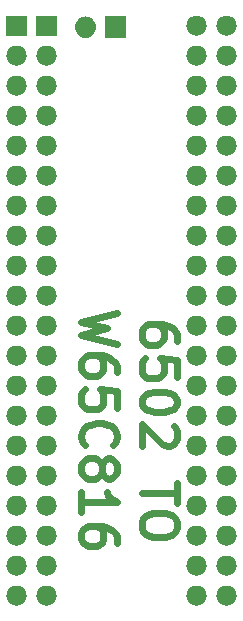
<source format=gbr>
G04 #@! TF.GenerationSoftware,KiCad,Pcbnew,(5.1.2)-1*
G04 #@! TF.CreationDate,2020-03-13T04:35:35-04:00*
G04 #@! TF.ProjectId,6502-65816,36353032-2d36-4353-9831-362e6b696361,rev?*
G04 #@! TF.SameCoordinates,Original*
G04 #@! TF.FileFunction,Soldermask,Top*
G04 #@! TF.FilePolarity,Negative*
%FSLAX46Y46*%
G04 Gerber Fmt 4.6, Leading zero omitted, Abs format (unit mm)*
G04 Created by KiCad (PCBNEW (5.1.2)-1) date 2020-03-13 04:35:35*
%MOMM*%
%LPD*%
G04 APERTURE LIST*
%ADD10C,0.600000*%
%ADD11C,0.100000*%
G04 APERTURE END LIST*
D10*
X92330857Y-77518571D02*
X92330857Y-76947142D01*
X92188000Y-76661428D01*
X92045142Y-76518571D01*
X91616571Y-76232857D01*
X91045142Y-76090000D01*
X89902285Y-76090000D01*
X89616571Y-76232857D01*
X89473714Y-76375714D01*
X89330857Y-76661428D01*
X89330857Y-77232857D01*
X89473714Y-77518571D01*
X89616571Y-77661428D01*
X89902285Y-77804285D01*
X90616571Y-77804285D01*
X90902285Y-77661428D01*
X91045142Y-77518571D01*
X91188000Y-77232857D01*
X91188000Y-76661428D01*
X91045142Y-76375714D01*
X90902285Y-76232857D01*
X90616571Y-76090000D01*
X92330857Y-80518571D02*
X92330857Y-79090000D01*
X90902285Y-78947142D01*
X91045142Y-79090000D01*
X91188000Y-79375714D01*
X91188000Y-80090000D01*
X91045142Y-80375714D01*
X90902285Y-80518571D01*
X90616571Y-80661428D01*
X89902285Y-80661428D01*
X89616571Y-80518571D01*
X89473714Y-80375714D01*
X89330857Y-80090000D01*
X89330857Y-79375714D01*
X89473714Y-79090000D01*
X89616571Y-78947142D01*
X92330857Y-82518571D02*
X92330857Y-82804285D01*
X92188000Y-83090000D01*
X92045142Y-83232857D01*
X91759428Y-83375714D01*
X91188000Y-83518571D01*
X90473714Y-83518571D01*
X89902285Y-83375714D01*
X89616571Y-83232857D01*
X89473714Y-83090000D01*
X89330857Y-82804285D01*
X89330857Y-82518571D01*
X89473714Y-82232857D01*
X89616571Y-82090000D01*
X89902285Y-81947142D01*
X90473714Y-81804285D01*
X91188000Y-81804285D01*
X91759428Y-81947142D01*
X92045142Y-82090000D01*
X92188000Y-82232857D01*
X92330857Y-82518571D01*
X92045142Y-84661428D02*
X92188000Y-84804285D01*
X92330857Y-85090000D01*
X92330857Y-85804285D01*
X92188000Y-86090000D01*
X92045142Y-86232857D01*
X91759428Y-86375714D01*
X91473714Y-86375714D01*
X91045142Y-86232857D01*
X89330857Y-84518571D01*
X89330857Y-86375714D01*
X92330857Y-89518571D02*
X92330857Y-91232857D01*
X89330857Y-90375714D02*
X92330857Y-90375714D01*
X92330857Y-92804285D02*
X92330857Y-93375714D01*
X92188000Y-93661428D01*
X91902285Y-93947142D01*
X91330857Y-94090000D01*
X90330857Y-94090000D01*
X89759428Y-93947142D01*
X89473714Y-93661428D01*
X89330857Y-93375714D01*
X89330857Y-92804285D01*
X89473714Y-92518571D01*
X89759428Y-92232857D01*
X90330857Y-92090000D01*
X91330857Y-92090000D01*
X91902285Y-92232857D01*
X92188000Y-92518571D01*
X92330857Y-92804285D01*
X87230857Y-75161428D02*
X84230857Y-75875714D01*
X86373714Y-76447142D01*
X84230857Y-77018571D01*
X87230857Y-77732857D01*
X87230857Y-80161428D02*
X87230857Y-79589999D01*
X87088000Y-79304285D01*
X86945142Y-79161428D01*
X86516571Y-78875714D01*
X85945142Y-78732857D01*
X84802285Y-78732857D01*
X84516571Y-78875714D01*
X84373714Y-79018571D01*
X84230857Y-79304285D01*
X84230857Y-79875714D01*
X84373714Y-80161428D01*
X84516571Y-80304285D01*
X84802285Y-80447142D01*
X85516571Y-80447142D01*
X85802285Y-80304285D01*
X85945142Y-80161428D01*
X86088000Y-79875714D01*
X86088000Y-79304285D01*
X85945142Y-79018571D01*
X85802285Y-78875714D01*
X85516571Y-78732857D01*
X87230857Y-83161428D02*
X87230857Y-81732857D01*
X85802285Y-81589999D01*
X85945142Y-81732857D01*
X86088000Y-82018571D01*
X86088000Y-82732857D01*
X85945142Y-83018571D01*
X85802285Y-83161428D01*
X85516571Y-83304285D01*
X84802285Y-83304285D01*
X84516571Y-83161428D01*
X84373714Y-83018571D01*
X84230857Y-82732857D01*
X84230857Y-82018571D01*
X84373714Y-81732857D01*
X84516571Y-81589999D01*
X84516571Y-86304285D02*
X84373714Y-86161428D01*
X84230857Y-85732857D01*
X84230857Y-85447142D01*
X84373714Y-85018571D01*
X84659428Y-84732857D01*
X84945142Y-84589999D01*
X85516571Y-84447142D01*
X85945142Y-84447142D01*
X86516571Y-84589999D01*
X86802285Y-84732857D01*
X87088000Y-85018571D01*
X87230857Y-85447142D01*
X87230857Y-85732857D01*
X87088000Y-86161428D01*
X86945142Y-86304285D01*
X85945142Y-88018571D02*
X86088000Y-87732857D01*
X86230857Y-87589999D01*
X86516571Y-87447142D01*
X86659428Y-87447142D01*
X86945142Y-87589999D01*
X87088000Y-87732857D01*
X87230857Y-88018571D01*
X87230857Y-88589999D01*
X87088000Y-88875714D01*
X86945142Y-89018571D01*
X86659428Y-89161428D01*
X86516571Y-89161428D01*
X86230857Y-89018571D01*
X86088000Y-88875714D01*
X85945142Y-88589999D01*
X85945142Y-88018571D01*
X85802285Y-87732857D01*
X85659428Y-87589999D01*
X85373714Y-87447142D01*
X84802285Y-87447142D01*
X84516571Y-87589999D01*
X84373714Y-87732857D01*
X84230857Y-88018571D01*
X84230857Y-88589999D01*
X84373714Y-88875714D01*
X84516571Y-89018571D01*
X84802285Y-89161428D01*
X85373714Y-89161428D01*
X85659428Y-89018571D01*
X85802285Y-88875714D01*
X85945142Y-88589999D01*
X84230857Y-92018571D02*
X84230857Y-90304285D01*
X84230857Y-91161428D02*
X87230857Y-91161428D01*
X86802285Y-90875714D01*
X86516571Y-90589999D01*
X86373714Y-90304285D01*
X87230857Y-94589999D02*
X87230857Y-94018571D01*
X87088000Y-93732857D01*
X86945142Y-93589999D01*
X86516571Y-93304285D01*
X85945142Y-93161428D01*
X84802285Y-93161428D01*
X84516571Y-93304285D01*
X84373714Y-93447142D01*
X84230857Y-93732857D01*
X84230857Y-94304285D01*
X84373714Y-94589999D01*
X84516571Y-94732857D01*
X84802285Y-94875714D01*
X85516571Y-94875714D01*
X85802285Y-94732857D01*
X85945142Y-94589999D01*
X86088000Y-94304285D01*
X86088000Y-93732857D01*
X85945142Y-93447142D01*
X85802285Y-93304285D01*
X85516571Y-93161428D01*
D11*
G36*
X96686823Y-98221313D02*
G01*
X96847242Y-98269976D01*
X96979906Y-98340886D01*
X96995078Y-98348996D01*
X97124659Y-98455341D01*
X97231004Y-98584922D01*
X97231005Y-98584924D01*
X97310024Y-98732758D01*
X97358687Y-98893177D01*
X97375117Y-99060000D01*
X97358687Y-99226823D01*
X97310024Y-99387242D01*
X97239114Y-99519906D01*
X97231004Y-99535078D01*
X97124659Y-99664659D01*
X96995078Y-99771004D01*
X96995076Y-99771005D01*
X96847242Y-99850024D01*
X96686823Y-99898687D01*
X96561804Y-99911000D01*
X96478196Y-99911000D01*
X96353177Y-99898687D01*
X96192758Y-99850024D01*
X96044924Y-99771005D01*
X96044922Y-99771004D01*
X95915341Y-99664659D01*
X95808996Y-99535078D01*
X95800886Y-99519906D01*
X95729976Y-99387242D01*
X95681313Y-99226823D01*
X95664883Y-99060000D01*
X95681313Y-98893177D01*
X95729976Y-98732758D01*
X95808995Y-98584924D01*
X95808996Y-98584922D01*
X95915341Y-98455341D01*
X96044922Y-98348996D01*
X96060094Y-98340886D01*
X96192758Y-98269976D01*
X96353177Y-98221313D01*
X96478196Y-98209000D01*
X96561804Y-98209000D01*
X96686823Y-98221313D01*
X96686823Y-98221313D01*
G37*
G36*
X94146823Y-98221313D02*
G01*
X94307242Y-98269976D01*
X94439906Y-98340886D01*
X94455078Y-98348996D01*
X94584659Y-98455341D01*
X94691004Y-98584922D01*
X94691005Y-98584924D01*
X94770024Y-98732758D01*
X94818687Y-98893177D01*
X94835117Y-99060000D01*
X94818687Y-99226823D01*
X94770024Y-99387242D01*
X94699114Y-99519906D01*
X94691004Y-99535078D01*
X94584659Y-99664659D01*
X94455078Y-99771004D01*
X94455076Y-99771005D01*
X94307242Y-99850024D01*
X94146823Y-99898687D01*
X94021804Y-99911000D01*
X93938196Y-99911000D01*
X93813177Y-99898687D01*
X93652758Y-99850024D01*
X93504924Y-99771005D01*
X93504922Y-99771004D01*
X93375341Y-99664659D01*
X93268996Y-99535078D01*
X93260886Y-99519906D01*
X93189976Y-99387242D01*
X93141313Y-99226823D01*
X93124883Y-99060000D01*
X93141313Y-98893177D01*
X93189976Y-98732758D01*
X93268995Y-98584924D01*
X93268996Y-98584922D01*
X93375341Y-98455341D01*
X93504922Y-98348996D01*
X93520094Y-98340886D01*
X93652758Y-98269976D01*
X93813177Y-98221313D01*
X93938196Y-98209000D01*
X94021804Y-98209000D01*
X94146823Y-98221313D01*
X94146823Y-98221313D01*
G37*
G36*
X78906823Y-98221313D02*
G01*
X79067242Y-98269976D01*
X79199906Y-98340886D01*
X79215078Y-98348996D01*
X79344659Y-98455341D01*
X79451004Y-98584922D01*
X79451005Y-98584924D01*
X79530024Y-98732758D01*
X79578687Y-98893177D01*
X79595117Y-99060000D01*
X79578687Y-99226823D01*
X79530024Y-99387242D01*
X79459114Y-99519906D01*
X79451004Y-99535078D01*
X79344659Y-99664659D01*
X79215078Y-99771004D01*
X79215076Y-99771005D01*
X79067242Y-99850024D01*
X78906823Y-99898687D01*
X78781804Y-99911000D01*
X78698196Y-99911000D01*
X78573177Y-99898687D01*
X78412758Y-99850024D01*
X78264924Y-99771005D01*
X78264922Y-99771004D01*
X78135341Y-99664659D01*
X78028996Y-99535078D01*
X78020886Y-99519906D01*
X77949976Y-99387242D01*
X77901313Y-99226823D01*
X77884883Y-99060000D01*
X77901313Y-98893177D01*
X77949976Y-98732758D01*
X78028995Y-98584924D01*
X78028996Y-98584922D01*
X78135341Y-98455341D01*
X78264922Y-98348996D01*
X78280094Y-98340886D01*
X78412758Y-98269976D01*
X78573177Y-98221313D01*
X78698196Y-98209000D01*
X78781804Y-98209000D01*
X78906823Y-98221313D01*
X78906823Y-98221313D01*
G37*
G36*
X81446823Y-98221313D02*
G01*
X81607242Y-98269976D01*
X81739906Y-98340886D01*
X81755078Y-98348996D01*
X81884659Y-98455341D01*
X81991004Y-98584922D01*
X81991005Y-98584924D01*
X82070024Y-98732758D01*
X82118687Y-98893177D01*
X82135117Y-99060000D01*
X82118687Y-99226823D01*
X82070024Y-99387242D01*
X81999114Y-99519906D01*
X81991004Y-99535078D01*
X81884659Y-99664659D01*
X81755078Y-99771004D01*
X81755076Y-99771005D01*
X81607242Y-99850024D01*
X81446823Y-99898687D01*
X81321804Y-99911000D01*
X81238196Y-99911000D01*
X81113177Y-99898687D01*
X80952758Y-99850024D01*
X80804924Y-99771005D01*
X80804922Y-99771004D01*
X80675341Y-99664659D01*
X80568996Y-99535078D01*
X80560886Y-99519906D01*
X80489976Y-99387242D01*
X80441313Y-99226823D01*
X80424883Y-99060000D01*
X80441313Y-98893177D01*
X80489976Y-98732758D01*
X80568995Y-98584924D01*
X80568996Y-98584922D01*
X80675341Y-98455341D01*
X80804922Y-98348996D01*
X80820094Y-98340886D01*
X80952758Y-98269976D01*
X81113177Y-98221313D01*
X81238196Y-98209000D01*
X81321804Y-98209000D01*
X81446823Y-98221313D01*
X81446823Y-98221313D01*
G37*
G36*
X78906823Y-95681313D02*
G01*
X79067242Y-95729976D01*
X79199906Y-95800886D01*
X79215078Y-95808996D01*
X79344659Y-95915341D01*
X79451004Y-96044922D01*
X79451005Y-96044924D01*
X79530024Y-96192758D01*
X79578687Y-96353177D01*
X79595117Y-96520000D01*
X79578687Y-96686823D01*
X79530024Y-96847242D01*
X79459114Y-96979906D01*
X79451004Y-96995078D01*
X79344659Y-97124659D01*
X79215078Y-97231004D01*
X79215076Y-97231005D01*
X79067242Y-97310024D01*
X78906823Y-97358687D01*
X78781804Y-97371000D01*
X78698196Y-97371000D01*
X78573177Y-97358687D01*
X78412758Y-97310024D01*
X78264924Y-97231005D01*
X78264922Y-97231004D01*
X78135341Y-97124659D01*
X78028996Y-96995078D01*
X78020886Y-96979906D01*
X77949976Y-96847242D01*
X77901313Y-96686823D01*
X77884883Y-96520000D01*
X77901313Y-96353177D01*
X77949976Y-96192758D01*
X78028995Y-96044924D01*
X78028996Y-96044922D01*
X78135341Y-95915341D01*
X78264922Y-95808996D01*
X78280094Y-95800886D01*
X78412758Y-95729976D01*
X78573177Y-95681313D01*
X78698196Y-95669000D01*
X78781804Y-95669000D01*
X78906823Y-95681313D01*
X78906823Y-95681313D01*
G37*
G36*
X96686823Y-95681313D02*
G01*
X96847242Y-95729976D01*
X96979906Y-95800886D01*
X96995078Y-95808996D01*
X97124659Y-95915341D01*
X97231004Y-96044922D01*
X97231005Y-96044924D01*
X97310024Y-96192758D01*
X97358687Y-96353177D01*
X97375117Y-96520000D01*
X97358687Y-96686823D01*
X97310024Y-96847242D01*
X97239114Y-96979906D01*
X97231004Y-96995078D01*
X97124659Y-97124659D01*
X96995078Y-97231004D01*
X96995076Y-97231005D01*
X96847242Y-97310024D01*
X96686823Y-97358687D01*
X96561804Y-97371000D01*
X96478196Y-97371000D01*
X96353177Y-97358687D01*
X96192758Y-97310024D01*
X96044924Y-97231005D01*
X96044922Y-97231004D01*
X95915341Y-97124659D01*
X95808996Y-96995078D01*
X95800886Y-96979906D01*
X95729976Y-96847242D01*
X95681313Y-96686823D01*
X95664883Y-96520000D01*
X95681313Y-96353177D01*
X95729976Y-96192758D01*
X95808995Y-96044924D01*
X95808996Y-96044922D01*
X95915341Y-95915341D01*
X96044922Y-95808996D01*
X96060094Y-95800886D01*
X96192758Y-95729976D01*
X96353177Y-95681313D01*
X96478196Y-95669000D01*
X96561804Y-95669000D01*
X96686823Y-95681313D01*
X96686823Y-95681313D01*
G37*
G36*
X94146823Y-95681313D02*
G01*
X94307242Y-95729976D01*
X94439906Y-95800886D01*
X94455078Y-95808996D01*
X94584659Y-95915341D01*
X94691004Y-96044922D01*
X94691005Y-96044924D01*
X94770024Y-96192758D01*
X94818687Y-96353177D01*
X94835117Y-96520000D01*
X94818687Y-96686823D01*
X94770024Y-96847242D01*
X94699114Y-96979906D01*
X94691004Y-96995078D01*
X94584659Y-97124659D01*
X94455078Y-97231004D01*
X94455076Y-97231005D01*
X94307242Y-97310024D01*
X94146823Y-97358687D01*
X94021804Y-97371000D01*
X93938196Y-97371000D01*
X93813177Y-97358687D01*
X93652758Y-97310024D01*
X93504924Y-97231005D01*
X93504922Y-97231004D01*
X93375341Y-97124659D01*
X93268996Y-96995078D01*
X93260886Y-96979906D01*
X93189976Y-96847242D01*
X93141313Y-96686823D01*
X93124883Y-96520000D01*
X93141313Y-96353177D01*
X93189976Y-96192758D01*
X93268995Y-96044924D01*
X93268996Y-96044922D01*
X93375341Y-95915341D01*
X93504922Y-95808996D01*
X93520094Y-95800886D01*
X93652758Y-95729976D01*
X93813177Y-95681313D01*
X93938196Y-95669000D01*
X94021804Y-95669000D01*
X94146823Y-95681313D01*
X94146823Y-95681313D01*
G37*
G36*
X81446823Y-95681313D02*
G01*
X81607242Y-95729976D01*
X81739906Y-95800886D01*
X81755078Y-95808996D01*
X81884659Y-95915341D01*
X81991004Y-96044922D01*
X81991005Y-96044924D01*
X82070024Y-96192758D01*
X82118687Y-96353177D01*
X82135117Y-96520000D01*
X82118687Y-96686823D01*
X82070024Y-96847242D01*
X81999114Y-96979906D01*
X81991004Y-96995078D01*
X81884659Y-97124659D01*
X81755078Y-97231004D01*
X81755076Y-97231005D01*
X81607242Y-97310024D01*
X81446823Y-97358687D01*
X81321804Y-97371000D01*
X81238196Y-97371000D01*
X81113177Y-97358687D01*
X80952758Y-97310024D01*
X80804924Y-97231005D01*
X80804922Y-97231004D01*
X80675341Y-97124659D01*
X80568996Y-96995078D01*
X80560886Y-96979906D01*
X80489976Y-96847242D01*
X80441313Y-96686823D01*
X80424883Y-96520000D01*
X80441313Y-96353177D01*
X80489976Y-96192758D01*
X80568995Y-96044924D01*
X80568996Y-96044922D01*
X80675341Y-95915341D01*
X80804922Y-95808996D01*
X80820094Y-95800886D01*
X80952758Y-95729976D01*
X81113177Y-95681313D01*
X81238196Y-95669000D01*
X81321804Y-95669000D01*
X81446823Y-95681313D01*
X81446823Y-95681313D01*
G37*
G36*
X96686823Y-93141313D02*
G01*
X96847242Y-93189976D01*
X96979906Y-93260886D01*
X96995078Y-93268996D01*
X97124659Y-93375341D01*
X97231004Y-93504922D01*
X97231005Y-93504924D01*
X97310024Y-93652758D01*
X97358687Y-93813177D01*
X97375117Y-93980000D01*
X97358687Y-94146823D01*
X97310024Y-94307242D01*
X97239114Y-94439906D01*
X97231004Y-94455078D01*
X97124659Y-94584659D01*
X96995078Y-94691004D01*
X96995076Y-94691005D01*
X96847242Y-94770024D01*
X96686823Y-94818687D01*
X96561804Y-94831000D01*
X96478196Y-94831000D01*
X96353177Y-94818687D01*
X96192758Y-94770024D01*
X96044924Y-94691005D01*
X96044922Y-94691004D01*
X95915341Y-94584659D01*
X95808996Y-94455078D01*
X95800886Y-94439906D01*
X95729976Y-94307242D01*
X95681313Y-94146823D01*
X95664883Y-93980000D01*
X95681313Y-93813177D01*
X95729976Y-93652758D01*
X95808995Y-93504924D01*
X95808996Y-93504922D01*
X95915341Y-93375341D01*
X96044922Y-93268996D01*
X96060094Y-93260886D01*
X96192758Y-93189976D01*
X96353177Y-93141313D01*
X96478196Y-93129000D01*
X96561804Y-93129000D01*
X96686823Y-93141313D01*
X96686823Y-93141313D01*
G37*
G36*
X81446823Y-93141313D02*
G01*
X81607242Y-93189976D01*
X81739906Y-93260886D01*
X81755078Y-93268996D01*
X81884659Y-93375341D01*
X81991004Y-93504922D01*
X81991005Y-93504924D01*
X82070024Y-93652758D01*
X82118687Y-93813177D01*
X82135117Y-93980000D01*
X82118687Y-94146823D01*
X82070024Y-94307242D01*
X81999114Y-94439906D01*
X81991004Y-94455078D01*
X81884659Y-94584659D01*
X81755078Y-94691004D01*
X81755076Y-94691005D01*
X81607242Y-94770024D01*
X81446823Y-94818687D01*
X81321804Y-94831000D01*
X81238196Y-94831000D01*
X81113177Y-94818687D01*
X80952758Y-94770024D01*
X80804924Y-94691005D01*
X80804922Y-94691004D01*
X80675341Y-94584659D01*
X80568996Y-94455078D01*
X80560886Y-94439906D01*
X80489976Y-94307242D01*
X80441313Y-94146823D01*
X80424883Y-93980000D01*
X80441313Y-93813177D01*
X80489976Y-93652758D01*
X80568995Y-93504924D01*
X80568996Y-93504922D01*
X80675341Y-93375341D01*
X80804922Y-93268996D01*
X80820094Y-93260886D01*
X80952758Y-93189976D01*
X81113177Y-93141313D01*
X81238196Y-93129000D01*
X81321804Y-93129000D01*
X81446823Y-93141313D01*
X81446823Y-93141313D01*
G37*
G36*
X94146823Y-93141313D02*
G01*
X94307242Y-93189976D01*
X94439906Y-93260886D01*
X94455078Y-93268996D01*
X94584659Y-93375341D01*
X94691004Y-93504922D01*
X94691005Y-93504924D01*
X94770024Y-93652758D01*
X94818687Y-93813177D01*
X94835117Y-93980000D01*
X94818687Y-94146823D01*
X94770024Y-94307242D01*
X94699114Y-94439906D01*
X94691004Y-94455078D01*
X94584659Y-94584659D01*
X94455078Y-94691004D01*
X94455076Y-94691005D01*
X94307242Y-94770024D01*
X94146823Y-94818687D01*
X94021804Y-94831000D01*
X93938196Y-94831000D01*
X93813177Y-94818687D01*
X93652758Y-94770024D01*
X93504924Y-94691005D01*
X93504922Y-94691004D01*
X93375341Y-94584659D01*
X93268996Y-94455078D01*
X93260886Y-94439906D01*
X93189976Y-94307242D01*
X93141313Y-94146823D01*
X93124883Y-93980000D01*
X93141313Y-93813177D01*
X93189976Y-93652758D01*
X93268995Y-93504924D01*
X93268996Y-93504922D01*
X93375341Y-93375341D01*
X93504922Y-93268996D01*
X93520094Y-93260886D01*
X93652758Y-93189976D01*
X93813177Y-93141313D01*
X93938196Y-93129000D01*
X94021804Y-93129000D01*
X94146823Y-93141313D01*
X94146823Y-93141313D01*
G37*
G36*
X78906823Y-93141313D02*
G01*
X79067242Y-93189976D01*
X79199906Y-93260886D01*
X79215078Y-93268996D01*
X79344659Y-93375341D01*
X79451004Y-93504922D01*
X79451005Y-93504924D01*
X79530024Y-93652758D01*
X79578687Y-93813177D01*
X79595117Y-93980000D01*
X79578687Y-94146823D01*
X79530024Y-94307242D01*
X79459114Y-94439906D01*
X79451004Y-94455078D01*
X79344659Y-94584659D01*
X79215078Y-94691004D01*
X79215076Y-94691005D01*
X79067242Y-94770024D01*
X78906823Y-94818687D01*
X78781804Y-94831000D01*
X78698196Y-94831000D01*
X78573177Y-94818687D01*
X78412758Y-94770024D01*
X78264924Y-94691005D01*
X78264922Y-94691004D01*
X78135341Y-94584659D01*
X78028996Y-94455078D01*
X78020886Y-94439906D01*
X77949976Y-94307242D01*
X77901313Y-94146823D01*
X77884883Y-93980000D01*
X77901313Y-93813177D01*
X77949976Y-93652758D01*
X78028995Y-93504924D01*
X78028996Y-93504922D01*
X78135341Y-93375341D01*
X78264922Y-93268996D01*
X78280094Y-93260886D01*
X78412758Y-93189976D01*
X78573177Y-93141313D01*
X78698196Y-93129000D01*
X78781804Y-93129000D01*
X78906823Y-93141313D01*
X78906823Y-93141313D01*
G37*
G36*
X96686823Y-90601313D02*
G01*
X96847242Y-90649976D01*
X96979906Y-90720886D01*
X96995078Y-90728996D01*
X97124659Y-90835341D01*
X97231004Y-90964922D01*
X97231005Y-90964924D01*
X97310024Y-91112758D01*
X97358687Y-91273177D01*
X97375117Y-91440000D01*
X97358687Y-91606823D01*
X97310024Y-91767242D01*
X97239114Y-91899906D01*
X97231004Y-91915078D01*
X97124659Y-92044659D01*
X96995078Y-92151004D01*
X96995076Y-92151005D01*
X96847242Y-92230024D01*
X96686823Y-92278687D01*
X96561804Y-92291000D01*
X96478196Y-92291000D01*
X96353177Y-92278687D01*
X96192758Y-92230024D01*
X96044924Y-92151005D01*
X96044922Y-92151004D01*
X95915341Y-92044659D01*
X95808996Y-91915078D01*
X95800886Y-91899906D01*
X95729976Y-91767242D01*
X95681313Y-91606823D01*
X95664883Y-91440000D01*
X95681313Y-91273177D01*
X95729976Y-91112758D01*
X95808995Y-90964924D01*
X95808996Y-90964922D01*
X95915341Y-90835341D01*
X96044922Y-90728996D01*
X96060094Y-90720886D01*
X96192758Y-90649976D01*
X96353177Y-90601313D01*
X96478196Y-90589000D01*
X96561804Y-90589000D01*
X96686823Y-90601313D01*
X96686823Y-90601313D01*
G37*
G36*
X94146823Y-90601313D02*
G01*
X94307242Y-90649976D01*
X94439906Y-90720886D01*
X94455078Y-90728996D01*
X94584659Y-90835341D01*
X94691004Y-90964922D01*
X94691005Y-90964924D01*
X94770024Y-91112758D01*
X94818687Y-91273177D01*
X94835117Y-91440000D01*
X94818687Y-91606823D01*
X94770024Y-91767242D01*
X94699114Y-91899906D01*
X94691004Y-91915078D01*
X94584659Y-92044659D01*
X94455078Y-92151004D01*
X94455076Y-92151005D01*
X94307242Y-92230024D01*
X94146823Y-92278687D01*
X94021804Y-92291000D01*
X93938196Y-92291000D01*
X93813177Y-92278687D01*
X93652758Y-92230024D01*
X93504924Y-92151005D01*
X93504922Y-92151004D01*
X93375341Y-92044659D01*
X93268996Y-91915078D01*
X93260886Y-91899906D01*
X93189976Y-91767242D01*
X93141313Y-91606823D01*
X93124883Y-91440000D01*
X93141313Y-91273177D01*
X93189976Y-91112758D01*
X93268995Y-90964924D01*
X93268996Y-90964922D01*
X93375341Y-90835341D01*
X93504922Y-90728996D01*
X93520094Y-90720886D01*
X93652758Y-90649976D01*
X93813177Y-90601313D01*
X93938196Y-90589000D01*
X94021804Y-90589000D01*
X94146823Y-90601313D01*
X94146823Y-90601313D01*
G37*
G36*
X78906823Y-90601313D02*
G01*
X79067242Y-90649976D01*
X79199906Y-90720886D01*
X79215078Y-90728996D01*
X79344659Y-90835341D01*
X79451004Y-90964922D01*
X79451005Y-90964924D01*
X79530024Y-91112758D01*
X79578687Y-91273177D01*
X79595117Y-91440000D01*
X79578687Y-91606823D01*
X79530024Y-91767242D01*
X79459114Y-91899906D01*
X79451004Y-91915078D01*
X79344659Y-92044659D01*
X79215078Y-92151004D01*
X79215076Y-92151005D01*
X79067242Y-92230024D01*
X78906823Y-92278687D01*
X78781804Y-92291000D01*
X78698196Y-92291000D01*
X78573177Y-92278687D01*
X78412758Y-92230024D01*
X78264924Y-92151005D01*
X78264922Y-92151004D01*
X78135341Y-92044659D01*
X78028996Y-91915078D01*
X78020886Y-91899906D01*
X77949976Y-91767242D01*
X77901313Y-91606823D01*
X77884883Y-91440000D01*
X77901313Y-91273177D01*
X77949976Y-91112758D01*
X78028995Y-90964924D01*
X78028996Y-90964922D01*
X78135341Y-90835341D01*
X78264922Y-90728996D01*
X78280094Y-90720886D01*
X78412758Y-90649976D01*
X78573177Y-90601313D01*
X78698196Y-90589000D01*
X78781804Y-90589000D01*
X78906823Y-90601313D01*
X78906823Y-90601313D01*
G37*
G36*
X81446823Y-90601313D02*
G01*
X81607242Y-90649976D01*
X81739906Y-90720886D01*
X81755078Y-90728996D01*
X81884659Y-90835341D01*
X81991004Y-90964922D01*
X81991005Y-90964924D01*
X82070024Y-91112758D01*
X82118687Y-91273177D01*
X82135117Y-91440000D01*
X82118687Y-91606823D01*
X82070024Y-91767242D01*
X81999114Y-91899906D01*
X81991004Y-91915078D01*
X81884659Y-92044659D01*
X81755078Y-92151004D01*
X81755076Y-92151005D01*
X81607242Y-92230024D01*
X81446823Y-92278687D01*
X81321804Y-92291000D01*
X81238196Y-92291000D01*
X81113177Y-92278687D01*
X80952758Y-92230024D01*
X80804924Y-92151005D01*
X80804922Y-92151004D01*
X80675341Y-92044659D01*
X80568996Y-91915078D01*
X80560886Y-91899906D01*
X80489976Y-91767242D01*
X80441313Y-91606823D01*
X80424883Y-91440000D01*
X80441313Y-91273177D01*
X80489976Y-91112758D01*
X80568995Y-90964924D01*
X80568996Y-90964922D01*
X80675341Y-90835341D01*
X80804922Y-90728996D01*
X80820094Y-90720886D01*
X80952758Y-90649976D01*
X81113177Y-90601313D01*
X81238196Y-90589000D01*
X81321804Y-90589000D01*
X81446823Y-90601313D01*
X81446823Y-90601313D01*
G37*
G36*
X81446823Y-88061313D02*
G01*
X81607242Y-88109976D01*
X81739906Y-88180886D01*
X81755078Y-88188996D01*
X81884659Y-88295341D01*
X81991004Y-88424922D01*
X81991005Y-88424924D01*
X82070024Y-88572758D01*
X82118687Y-88733177D01*
X82135117Y-88900000D01*
X82118687Y-89066823D01*
X82070024Y-89227242D01*
X81999114Y-89359906D01*
X81991004Y-89375078D01*
X81884659Y-89504659D01*
X81755078Y-89611004D01*
X81755076Y-89611005D01*
X81607242Y-89690024D01*
X81446823Y-89738687D01*
X81321804Y-89751000D01*
X81238196Y-89751000D01*
X81113177Y-89738687D01*
X80952758Y-89690024D01*
X80804924Y-89611005D01*
X80804922Y-89611004D01*
X80675341Y-89504659D01*
X80568996Y-89375078D01*
X80560886Y-89359906D01*
X80489976Y-89227242D01*
X80441313Y-89066823D01*
X80424883Y-88900000D01*
X80441313Y-88733177D01*
X80489976Y-88572758D01*
X80568995Y-88424924D01*
X80568996Y-88424922D01*
X80675341Y-88295341D01*
X80804922Y-88188996D01*
X80820094Y-88180886D01*
X80952758Y-88109976D01*
X81113177Y-88061313D01*
X81238196Y-88049000D01*
X81321804Y-88049000D01*
X81446823Y-88061313D01*
X81446823Y-88061313D01*
G37*
G36*
X96686823Y-88061313D02*
G01*
X96847242Y-88109976D01*
X96979906Y-88180886D01*
X96995078Y-88188996D01*
X97124659Y-88295341D01*
X97231004Y-88424922D01*
X97231005Y-88424924D01*
X97310024Y-88572758D01*
X97358687Y-88733177D01*
X97375117Y-88900000D01*
X97358687Y-89066823D01*
X97310024Y-89227242D01*
X97239114Y-89359906D01*
X97231004Y-89375078D01*
X97124659Y-89504659D01*
X96995078Y-89611004D01*
X96995076Y-89611005D01*
X96847242Y-89690024D01*
X96686823Y-89738687D01*
X96561804Y-89751000D01*
X96478196Y-89751000D01*
X96353177Y-89738687D01*
X96192758Y-89690024D01*
X96044924Y-89611005D01*
X96044922Y-89611004D01*
X95915341Y-89504659D01*
X95808996Y-89375078D01*
X95800886Y-89359906D01*
X95729976Y-89227242D01*
X95681313Y-89066823D01*
X95664883Y-88900000D01*
X95681313Y-88733177D01*
X95729976Y-88572758D01*
X95808995Y-88424924D01*
X95808996Y-88424922D01*
X95915341Y-88295341D01*
X96044922Y-88188996D01*
X96060094Y-88180886D01*
X96192758Y-88109976D01*
X96353177Y-88061313D01*
X96478196Y-88049000D01*
X96561804Y-88049000D01*
X96686823Y-88061313D01*
X96686823Y-88061313D01*
G37*
G36*
X94146823Y-88061313D02*
G01*
X94307242Y-88109976D01*
X94439906Y-88180886D01*
X94455078Y-88188996D01*
X94584659Y-88295341D01*
X94691004Y-88424922D01*
X94691005Y-88424924D01*
X94770024Y-88572758D01*
X94818687Y-88733177D01*
X94835117Y-88900000D01*
X94818687Y-89066823D01*
X94770024Y-89227242D01*
X94699114Y-89359906D01*
X94691004Y-89375078D01*
X94584659Y-89504659D01*
X94455078Y-89611004D01*
X94455076Y-89611005D01*
X94307242Y-89690024D01*
X94146823Y-89738687D01*
X94021804Y-89751000D01*
X93938196Y-89751000D01*
X93813177Y-89738687D01*
X93652758Y-89690024D01*
X93504924Y-89611005D01*
X93504922Y-89611004D01*
X93375341Y-89504659D01*
X93268996Y-89375078D01*
X93260886Y-89359906D01*
X93189976Y-89227242D01*
X93141313Y-89066823D01*
X93124883Y-88900000D01*
X93141313Y-88733177D01*
X93189976Y-88572758D01*
X93268995Y-88424924D01*
X93268996Y-88424922D01*
X93375341Y-88295341D01*
X93504922Y-88188996D01*
X93520094Y-88180886D01*
X93652758Y-88109976D01*
X93813177Y-88061313D01*
X93938196Y-88049000D01*
X94021804Y-88049000D01*
X94146823Y-88061313D01*
X94146823Y-88061313D01*
G37*
G36*
X78906823Y-88061313D02*
G01*
X79067242Y-88109976D01*
X79199906Y-88180886D01*
X79215078Y-88188996D01*
X79344659Y-88295341D01*
X79451004Y-88424922D01*
X79451005Y-88424924D01*
X79530024Y-88572758D01*
X79578687Y-88733177D01*
X79595117Y-88900000D01*
X79578687Y-89066823D01*
X79530024Y-89227242D01*
X79459114Y-89359906D01*
X79451004Y-89375078D01*
X79344659Y-89504659D01*
X79215078Y-89611004D01*
X79215076Y-89611005D01*
X79067242Y-89690024D01*
X78906823Y-89738687D01*
X78781804Y-89751000D01*
X78698196Y-89751000D01*
X78573177Y-89738687D01*
X78412758Y-89690024D01*
X78264924Y-89611005D01*
X78264922Y-89611004D01*
X78135341Y-89504659D01*
X78028996Y-89375078D01*
X78020886Y-89359906D01*
X77949976Y-89227242D01*
X77901313Y-89066823D01*
X77884883Y-88900000D01*
X77901313Y-88733177D01*
X77949976Y-88572758D01*
X78028995Y-88424924D01*
X78028996Y-88424922D01*
X78135341Y-88295341D01*
X78264922Y-88188996D01*
X78280094Y-88180886D01*
X78412758Y-88109976D01*
X78573177Y-88061313D01*
X78698196Y-88049000D01*
X78781804Y-88049000D01*
X78906823Y-88061313D01*
X78906823Y-88061313D01*
G37*
G36*
X94146823Y-85521313D02*
G01*
X94307242Y-85569976D01*
X94439906Y-85640886D01*
X94455078Y-85648996D01*
X94584659Y-85755341D01*
X94691004Y-85884922D01*
X94691005Y-85884924D01*
X94770024Y-86032758D01*
X94818687Y-86193177D01*
X94835117Y-86360000D01*
X94818687Y-86526823D01*
X94770024Y-86687242D01*
X94699114Y-86819906D01*
X94691004Y-86835078D01*
X94584659Y-86964659D01*
X94455078Y-87071004D01*
X94455076Y-87071005D01*
X94307242Y-87150024D01*
X94146823Y-87198687D01*
X94021804Y-87211000D01*
X93938196Y-87211000D01*
X93813177Y-87198687D01*
X93652758Y-87150024D01*
X93504924Y-87071005D01*
X93504922Y-87071004D01*
X93375341Y-86964659D01*
X93268996Y-86835078D01*
X93260886Y-86819906D01*
X93189976Y-86687242D01*
X93141313Y-86526823D01*
X93124883Y-86360000D01*
X93141313Y-86193177D01*
X93189976Y-86032758D01*
X93268995Y-85884924D01*
X93268996Y-85884922D01*
X93375341Y-85755341D01*
X93504922Y-85648996D01*
X93520094Y-85640886D01*
X93652758Y-85569976D01*
X93813177Y-85521313D01*
X93938196Y-85509000D01*
X94021804Y-85509000D01*
X94146823Y-85521313D01*
X94146823Y-85521313D01*
G37*
G36*
X96686823Y-85521313D02*
G01*
X96847242Y-85569976D01*
X96979906Y-85640886D01*
X96995078Y-85648996D01*
X97124659Y-85755341D01*
X97231004Y-85884922D01*
X97231005Y-85884924D01*
X97310024Y-86032758D01*
X97358687Y-86193177D01*
X97375117Y-86360000D01*
X97358687Y-86526823D01*
X97310024Y-86687242D01*
X97239114Y-86819906D01*
X97231004Y-86835078D01*
X97124659Y-86964659D01*
X96995078Y-87071004D01*
X96995076Y-87071005D01*
X96847242Y-87150024D01*
X96686823Y-87198687D01*
X96561804Y-87211000D01*
X96478196Y-87211000D01*
X96353177Y-87198687D01*
X96192758Y-87150024D01*
X96044924Y-87071005D01*
X96044922Y-87071004D01*
X95915341Y-86964659D01*
X95808996Y-86835078D01*
X95800886Y-86819906D01*
X95729976Y-86687242D01*
X95681313Y-86526823D01*
X95664883Y-86360000D01*
X95681313Y-86193177D01*
X95729976Y-86032758D01*
X95808995Y-85884924D01*
X95808996Y-85884922D01*
X95915341Y-85755341D01*
X96044922Y-85648996D01*
X96060094Y-85640886D01*
X96192758Y-85569976D01*
X96353177Y-85521313D01*
X96478196Y-85509000D01*
X96561804Y-85509000D01*
X96686823Y-85521313D01*
X96686823Y-85521313D01*
G37*
G36*
X81446823Y-85521313D02*
G01*
X81607242Y-85569976D01*
X81739906Y-85640886D01*
X81755078Y-85648996D01*
X81884659Y-85755341D01*
X81991004Y-85884922D01*
X81991005Y-85884924D01*
X82070024Y-86032758D01*
X82118687Y-86193177D01*
X82135117Y-86360000D01*
X82118687Y-86526823D01*
X82070024Y-86687242D01*
X81999114Y-86819906D01*
X81991004Y-86835078D01*
X81884659Y-86964659D01*
X81755078Y-87071004D01*
X81755076Y-87071005D01*
X81607242Y-87150024D01*
X81446823Y-87198687D01*
X81321804Y-87211000D01*
X81238196Y-87211000D01*
X81113177Y-87198687D01*
X80952758Y-87150024D01*
X80804924Y-87071005D01*
X80804922Y-87071004D01*
X80675341Y-86964659D01*
X80568996Y-86835078D01*
X80560886Y-86819906D01*
X80489976Y-86687242D01*
X80441313Y-86526823D01*
X80424883Y-86360000D01*
X80441313Y-86193177D01*
X80489976Y-86032758D01*
X80568995Y-85884924D01*
X80568996Y-85884922D01*
X80675341Y-85755341D01*
X80804922Y-85648996D01*
X80820094Y-85640886D01*
X80952758Y-85569976D01*
X81113177Y-85521313D01*
X81238196Y-85509000D01*
X81321804Y-85509000D01*
X81446823Y-85521313D01*
X81446823Y-85521313D01*
G37*
G36*
X78906823Y-85521313D02*
G01*
X79067242Y-85569976D01*
X79199906Y-85640886D01*
X79215078Y-85648996D01*
X79344659Y-85755341D01*
X79451004Y-85884922D01*
X79451005Y-85884924D01*
X79530024Y-86032758D01*
X79578687Y-86193177D01*
X79595117Y-86360000D01*
X79578687Y-86526823D01*
X79530024Y-86687242D01*
X79459114Y-86819906D01*
X79451004Y-86835078D01*
X79344659Y-86964659D01*
X79215078Y-87071004D01*
X79215076Y-87071005D01*
X79067242Y-87150024D01*
X78906823Y-87198687D01*
X78781804Y-87211000D01*
X78698196Y-87211000D01*
X78573177Y-87198687D01*
X78412758Y-87150024D01*
X78264924Y-87071005D01*
X78264922Y-87071004D01*
X78135341Y-86964659D01*
X78028996Y-86835078D01*
X78020886Y-86819906D01*
X77949976Y-86687242D01*
X77901313Y-86526823D01*
X77884883Y-86360000D01*
X77901313Y-86193177D01*
X77949976Y-86032758D01*
X78028995Y-85884924D01*
X78028996Y-85884922D01*
X78135341Y-85755341D01*
X78264922Y-85648996D01*
X78280094Y-85640886D01*
X78412758Y-85569976D01*
X78573177Y-85521313D01*
X78698196Y-85509000D01*
X78781804Y-85509000D01*
X78906823Y-85521313D01*
X78906823Y-85521313D01*
G37*
G36*
X94146823Y-82981313D02*
G01*
X94307242Y-83029976D01*
X94439906Y-83100886D01*
X94455078Y-83108996D01*
X94584659Y-83215341D01*
X94691004Y-83344922D01*
X94691005Y-83344924D01*
X94770024Y-83492758D01*
X94818687Y-83653177D01*
X94835117Y-83820000D01*
X94818687Y-83986823D01*
X94770024Y-84147242D01*
X94699114Y-84279906D01*
X94691004Y-84295078D01*
X94584659Y-84424659D01*
X94455078Y-84531004D01*
X94455076Y-84531005D01*
X94307242Y-84610024D01*
X94146823Y-84658687D01*
X94021804Y-84671000D01*
X93938196Y-84671000D01*
X93813177Y-84658687D01*
X93652758Y-84610024D01*
X93504924Y-84531005D01*
X93504922Y-84531004D01*
X93375341Y-84424659D01*
X93268996Y-84295078D01*
X93260886Y-84279906D01*
X93189976Y-84147242D01*
X93141313Y-83986823D01*
X93124883Y-83820000D01*
X93141313Y-83653177D01*
X93189976Y-83492758D01*
X93268995Y-83344924D01*
X93268996Y-83344922D01*
X93375341Y-83215341D01*
X93504922Y-83108996D01*
X93520094Y-83100886D01*
X93652758Y-83029976D01*
X93813177Y-82981313D01*
X93938196Y-82969000D01*
X94021804Y-82969000D01*
X94146823Y-82981313D01*
X94146823Y-82981313D01*
G37*
G36*
X78906823Y-82981313D02*
G01*
X79067242Y-83029976D01*
X79199906Y-83100886D01*
X79215078Y-83108996D01*
X79344659Y-83215341D01*
X79451004Y-83344922D01*
X79451005Y-83344924D01*
X79530024Y-83492758D01*
X79578687Y-83653177D01*
X79595117Y-83820000D01*
X79578687Y-83986823D01*
X79530024Y-84147242D01*
X79459114Y-84279906D01*
X79451004Y-84295078D01*
X79344659Y-84424659D01*
X79215078Y-84531004D01*
X79215076Y-84531005D01*
X79067242Y-84610024D01*
X78906823Y-84658687D01*
X78781804Y-84671000D01*
X78698196Y-84671000D01*
X78573177Y-84658687D01*
X78412758Y-84610024D01*
X78264924Y-84531005D01*
X78264922Y-84531004D01*
X78135341Y-84424659D01*
X78028996Y-84295078D01*
X78020886Y-84279906D01*
X77949976Y-84147242D01*
X77901313Y-83986823D01*
X77884883Y-83820000D01*
X77901313Y-83653177D01*
X77949976Y-83492758D01*
X78028995Y-83344924D01*
X78028996Y-83344922D01*
X78135341Y-83215341D01*
X78264922Y-83108996D01*
X78280094Y-83100886D01*
X78412758Y-83029976D01*
X78573177Y-82981313D01*
X78698196Y-82969000D01*
X78781804Y-82969000D01*
X78906823Y-82981313D01*
X78906823Y-82981313D01*
G37*
G36*
X96686823Y-82981313D02*
G01*
X96847242Y-83029976D01*
X96979906Y-83100886D01*
X96995078Y-83108996D01*
X97124659Y-83215341D01*
X97231004Y-83344922D01*
X97231005Y-83344924D01*
X97310024Y-83492758D01*
X97358687Y-83653177D01*
X97375117Y-83820000D01*
X97358687Y-83986823D01*
X97310024Y-84147242D01*
X97239114Y-84279906D01*
X97231004Y-84295078D01*
X97124659Y-84424659D01*
X96995078Y-84531004D01*
X96995076Y-84531005D01*
X96847242Y-84610024D01*
X96686823Y-84658687D01*
X96561804Y-84671000D01*
X96478196Y-84671000D01*
X96353177Y-84658687D01*
X96192758Y-84610024D01*
X96044924Y-84531005D01*
X96044922Y-84531004D01*
X95915341Y-84424659D01*
X95808996Y-84295078D01*
X95800886Y-84279906D01*
X95729976Y-84147242D01*
X95681313Y-83986823D01*
X95664883Y-83820000D01*
X95681313Y-83653177D01*
X95729976Y-83492758D01*
X95808995Y-83344924D01*
X95808996Y-83344922D01*
X95915341Y-83215341D01*
X96044922Y-83108996D01*
X96060094Y-83100886D01*
X96192758Y-83029976D01*
X96353177Y-82981313D01*
X96478196Y-82969000D01*
X96561804Y-82969000D01*
X96686823Y-82981313D01*
X96686823Y-82981313D01*
G37*
G36*
X81446823Y-82981313D02*
G01*
X81607242Y-83029976D01*
X81739906Y-83100886D01*
X81755078Y-83108996D01*
X81884659Y-83215341D01*
X81991004Y-83344922D01*
X81991005Y-83344924D01*
X82070024Y-83492758D01*
X82118687Y-83653177D01*
X82135117Y-83820000D01*
X82118687Y-83986823D01*
X82070024Y-84147242D01*
X81999114Y-84279906D01*
X81991004Y-84295078D01*
X81884659Y-84424659D01*
X81755078Y-84531004D01*
X81755076Y-84531005D01*
X81607242Y-84610024D01*
X81446823Y-84658687D01*
X81321804Y-84671000D01*
X81238196Y-84671000D01*
X81113177Y-84658687D01*
X80952758Y-84610024D01*
X80804924Y-84531005D01*
X80804922Y-84531004D01*
X80675341Y-84424659D01*
X80568996Y-84295078D01*
X80560886Y-84279906D01*
X80489976Y-84147242D01*
X80441313Y-83986823D01*
X80424883Y-83820000D01*
X80441313Y-83653177D01*
X80489976Y-83492758D01*
X80568995Y-83344924D01*
X80568996Y-83344922D01*
X80675341Y-83215341D01*
X80804922Y-83108996D01*
X80820094Y-83100886D01*
X80952758Y-83029976D01*
X81113177Y-82981313D01*
X81238196Y-82969000D01*
X81321804Y-82969000D01*
X81446823Y-82981313D01*
X81446823Y-82981313D01*
G37*
G36*
X94146823Y-80441313D02*
G01*
X94307242Y-80489976D01*
X94439906Y-80560886D01*
X94455078Y-80568996D01*
X94584659Y-80675341D01*
X94691004Y-80804922D01*
X94691005Y-80804924D01*
X94770024Y-80952758D01*
X94818687Y-81113177D01*
X94835117Y-81280000D01*
X94818687Y-81446823D01*
X94770024Y-81607242D01*
X94699114Y-81739906D01*
X94691004Y-81755078D01*
X94584659Y-81884659D01*
X94455078Y-81991004D01*
X94455076Y-81991005D01*
X94307242Y-82070024D01*
X94146823Y-82118687D01*
X94021804Y-82131000D01*
X93938196Y-82131000D01*
X93813177Y-82118687D01*
X93652758Y-82070024D01*
X93504924Y-81991005D01*
X93504922Y-81991004D01*
X93375341Y-81884659D01*
X93268996Y-81755078D01*
X93260886Y-81739906D01*
X93189976Y-81607242D01*
X93141313Y-81446823D01*
X93124883Y-81280000D01*
X93141313Y-81113177D01*
X93189976Y-80952758D01*
X93268995Y-80804924D01*
X93268996Y-80804922D01*
X93375341Y-80675341D01*
X93504922Y-80568996D01*
X93520094Y-80560886D01*
X93652758Y-80489976D01*
X93813177Y-80441313D01*
X93938196Y-80429000D01*
X94021804Y-80429000D01*
X94146823Y-80441313D01*
X94146823Y-80441313D01*
G37*
G36*
X78906823Y-80441313D02*
G01*
X79067242Y-80489976D01*
X79199906Y-80560886D01*
X79215078Y-80568996D01*
X79344659Y-80675341D01*
X79451004Y-80804922D01*
X79451005Y-80804924D01*
X79530024Y-80952758D01*
X79578687Y-81113177D01*
X79595117Y-81280000D01*
X79578687Y-81446823D01*
X79530024Y-81607242D01*
X79459114Y-81739906D01*
X79451004Y-81755078D01*
X79344659Y-81884659D01*
X79215078Y-81991004D01*
X79215076Y-81991005D01*
X79067242Y-82070024D01*
X78906823Y-82118687D01*
X78781804Y-82131000D01*
X78698196Y-82131000D01*
X78573177Y-82118687D01*
X78412758Y-82070024D01*
X78264924Y-81991005D01*
X78264922Y-81991004D01*
X78135341Y-81884659D01*
X78028996Y-81755078D01*
X78020886Y-81739906D01*
X77949976Y-81607242D01*
X77901313Y-81446823D01*
X77884883Y-81280000D01*
X77901313Y-81113177D01*
X77949976Y-80952758D01*
X78028995Y-80804924D01*
X78028996Y-80804922D01*
X78135341Y-80675341D01*
X78264922Y-80568996D01*
X78280094Y-80560886D01*
X78412758Y-80489976D01*
X78573177Y-80441313D01*
X78698196Y-80429000D01*
X78781804Y-80429000D01*
X78906823Y-80441313D01*
X78906823Y-80441313D01*
G37*
G36*
X96686823Y-80441313D02*
G01*
X96847242Y-80489976D01*
X96979906Y-80560886D01*
X96995078Y-80568996D01*
X97124659Y-80675341D01*
X97231004Y-80804922D01*
X97231005Y-80804924D01*
X97310024Y-80952758D01*
X97358687Y-81113177D01*
X97375117Y-81280000D01*
X97358687Y-81446823D01*
X97310024Y-81607242D01*
X97239114Y-81739906D01*
X97231004Y-81755078D01*
X97124659Y-81884659D01*
X96995078Y-81991004D01*
X96995076Y-81991005D01*
X96847242Y-82070024D01*
X96686823Y-82118687D01*
X96561804Y-82131000D01*
X96478196Y-82131000D01*
X96353177Y-82118687D01*
X96192758Y-82070024D01*
X96044924Y-81991005D01*
X96044922Y-81991004D01*
X95915341Y-81884659D01*
X95808996Y-81755078D01*
X95800886Y-81739906D01*
X95729976Y-81607242D01*
X95681313Y-81446823D01*
X95664883Y-81280000D01*
X95681313Y-81113177D01*
X95729976Y-80952758D01*
X95808995Y-80804924D01*
X95808996Y-80804922D01*
X95915341Y-80675341D01*
X96044922Y-80568996D01*
X96060094Y-80560886D01*
X96192758Y-80489976D01*
X96353177Y-80441313D01*
X96478196Y-80429000D01*
X96561804Y-80429000D01*
X96686823Y-80441313D01*
X96686823Y-80441313D01*
G37*
G36*
X81446823Y-80441313D02*
G01*
X81607242Y-80489976D01*
X81739906Y-80560886D01*
X81755078Y-80568996D01*
X81884659Y-80675341D01*
X81991004Y-80804922D01*
X81991005Y-80804924D01*
X82070024Y-80952758D01*
X82118687Y-81113177D01*
X82135117Y-81280000D01*
X82118687Y-81446823D01*
X82070024Y-81607242D01*
X81999114Y-81739906D01*
X81991004Y-81755078D01*
X81884659Y-81884659D01*
X81755078Y-81991004D01*
X81755076Y-81991005D01*
X81607242Y-82070024D01*
X81446823Y-82118687D01*
X81321804Y-82131000D01*
X81238196Y-82131000D01*
X81113177Y-82118687D01*
X80952758Y-82070024D01*
X80804924Y-81991005D01*
X80804922Y-81991004D01*
X80675341Y-81884659D01*
X80568996Y-81755078D01*
X80560886Y-81739906D01*
X80489976Y-81607242D01*
X80441313Y-81446823D01*
X80424883Y-81280000D01*
X80441313Y-81113177D01*
X80489976Y-80952758D01*
X80568995Y-80804924D01*
X80568996Y-80804922D01*
X80675341Y-80675341D01*
X80804922Y-80568996D01*
X80820094Y-80560886D01*
X80952758Y-80489976D01*
X81113177Y-80441313D01*
X81238196Y-80429000D01*
X81321804Y-80429000D01*
X81446823Y-80441313D01*
X81446823Y-80441313D01*
G37*
G36*
X94146823Y-77901313D02*
G01*
X94307242Y-77949976D01*
X94439906Y-78020886D01*
X94455078Y-78028996D01*
X94584659Y-78135341D01*
X94691004Y-78264922D01*
X94691005Y-78264924D01*
X94770024Y-78412758D01*
X94818687Y-78573177D01*
X94835117Y-78740000D01*
X94818687Y-78906823D01*
X94770024Y-79067242D01*
X94699114Y-79199906D01*
X94691004Y-79215078D01*
X94584659Y-79344659D01*
X94455078Y-79451004D01*
X94455076Y-79451005D01*
X94307242Y-79530024D01*
X94146823Y-79578687D01*
X94021804Y-79591000D01*
X93938196Y-79591000D01*
X93813177Y-79578687D01*
X93652758Y-79530024D01*
X93504924Y-79451005D01*
X93504922Y-79451004D01*
X93375341Y-79344659D01*
X93268996Y-79215078D01*
X93260886Y-79199906D01*
X93189976Y-79067242D01*
X93141313Y-78906823D01*
X93124883Y-78740000D01*
X93141313Y-78573177D01*
X93189976Y-78412758D01*
X93268995Y-78264924D01*
X93268996Y-78264922D01*
X93375341Y-78135341D01*
X93504922Y-78028996D01*
X93520094Y-78020886D01*
X93652758Y-77949976D01*
X93813177Y-77901313D01*
X93938196Y-77889000D01*
X94021804Y-77889000D01*
X94146823Y-77901313D01*
X94146823Y-77901313D01*
G37*
G36*
X78906823Y-77901313D02*
G01*
X79067242Y-77949976D01*
X79199906Y-78020886D01*
X79215078Y-78028996D01*
X79344659Y-78135341D01*
X79451004Y-78264922D01*
X79451005Y-78264924D01*
X79530024Y-78412758D01*
X79578687Y-78573177D01*
X79595117Y-78740000D01*
X79578687Y-78906823D01*
X79530024Y-79067242D01*
X79459114Y-79199906D01*
X79451004Y-79215078D01*
X79344659Y-79344659D01*
X79215078Y-79451004D01*
X79215076Y-79451005D01*
X79067242Y-79530024D01*
X78906823Y-79578687D01*
X78781804Y-79591000D01*
X78698196Y-79591000D01*
X78573177Y-79578687D01*
X78412758Y-79530024D01*
X78264924Y-79451005D01*
X78264922Y-79451004D01*
X78135341Y-79344659D01*
X78028996Y-79215078D01*
X78020886Y-79199906D01*
X77949976Y-79067242D01*
X77901313Y-78906823D01*
X77884883Y-78740000D01*
X77901313Y-78573177D01*
X77949976Y-78412758D01*
X78028995Y-78264924D01*
X78028996Y-78264922D01*
X78135341Y-78135341D01*
X78264922Y-78028996D01*
X78280094Y-78020886D01*
X78412758Y-77949976D01*
X78573177Y-77901313D01*
X78698196Y-77889000D01*
X78781804Y-77889000D01*
X78906823Y-77901313D01*
X78906823Y-77901313D01*
G37*
G36*
X96686823Y-77901313D02*
G01*
X96847242Y-77949976D01*
X96979906Y-78020886D01*
X96995078Y-78028996D01*
X97124659Y-78135341D01*
X97231004Y-78264922D01*
X97231005Y-78264924D01*
X97310024Y-78412758D01*
X97358687Y-78573177D01*
X97375117Y-78740000D01*
X97358687Y-78906823D01*
X97310024Y-79067242D01*
X97239114Y-79199906D01*
X97231004Y-79215078D01*
X97124659Y-79344659D01*
X96995078Y-79451004D01*
X96995076Y-79451005D01*
X96847242Y-79530024D01*
X96686823Y-79578687D01*
X96561804Y-79591000D01*
X96478196Y-79591000D01*
X96353177Y-79578687D01*
X96192758Y-79530024D01*
X96044924Y-79451005D01*
X96044922Y-79451004D01*
X95915341Y-79344659D01*
X95808996Y-79215078D01*
X95800886Y-79199906D01*
X95729976Y-79067242D01*
X95681313Y-78906823D01*
X95664883Y-78740000D01*
X95681313Y-78573177D01*
X95729976Y-78412758D01*
X95808995Y-78264924D01*
X95808996Y-78264922D01*
X95915341Y-78135341D01*
X96044922Y-78028996D01*
X96060094Y-78020886D01*
X96192758Y-77949976D01*
X96353177Y-77901313D01*
X96478196Y-77889000D01*
X96561804Y-77889000D01*
X96686823Y-77901313D01*
X96686823Y-77901313D01*
G37*
G36*
X81446823Y-77901313D02*
G01*
X81607242Y-77949976D01*
X81739906Y-78020886D01*
X81755078Y-78028996D01*
X81884659Y-78135341D01*
X81991004Y-78264922D01*
X81991005Y-78264924D01*
X82070024Y-78412758D01*
X82118687Y-78573177D01*
X82135117Y-78740000D01*
X82118687Y-78906823D01*
X82070024Y-79067242D01*
X81999114Y-79199906D01*
X81991004Y-79215078D01*
X81884659Y-79344659D01*
X81755078Y-79451004D01*
X81755076Y-79451005D01*
X81607242Y-79530024D01*
X81446823Y-79578687D01*
X81321804Y-79591000D01*
X81238196Y-79591000D01*
X81113177Y-79578687D01*
X80952758Y-79530024D01*
X80804924Y-79451005D01*
X80804922Y-79451004D01*
X80675341Y-79344659D01*
X80568996Y-79215078D01*
X80560886Y-79199906D01*
X80489976Y-79067242D01*
X80441313Y-78906823D01*
X80424883Y-78740000D01*
X80441313Y-78573177D01*
X80489976Y-78412758D01*
X80568995Y-78264924D01*
X80568996Y-78264922D01*
X80675341Y-78135341D01*
X80804922Y-78028996D01*
X80820094Y-78020886D01*
X80952758Y-77949976D01*
X81113177Y-77901313D01*
X81238196Y-77889000D01*
X81321804Y-77889000D01*
X81446823Y-77901313D01*
X81446823Y-77901313D01*
G37*
G36*
X78906823Y-75361313D02*
G01*
X79067242Y-75409976D01*
X79199906Y-75480886D01*
X79215078Y-75488996D01*
X79344659Y-75595341D01*
X79451004Y-75724922D01*
X79451005Y-75724924D01*
X79530024Y-75872758D01*
X79578687Y-76033177D01*
X79595117Y-76200000D01*
X79578687Y-76366823D01*
X79530024Y-76527242D01*
X79459114Y-76659906D01*
X79451004Y-76675078D01*
X79344659Y-76804659D01*
X79215078Y-76911004D01*
X79215076Y-76911005D01*
X79067242Y-76990024D01*
X78906823Y-77038687D01*
X78781804Y-77051000D01*
X78698196Y-77051000D01*
X78573177Y-77038687D01*
X78412758Y-76990024D01*
X78264924Y-76911005D01*
X78264922Y-76911004D01*
X78135341Y-76804659D01*
X78028996Y-76675078D01*
X78020886Y-76659906D01*
X77949976Y-76527242D01*
X77901313Y-76366823D01*
X77884883Y-76200000D01*
X77901313Y-76033177D01*
X77949976Y-75872758D01*
X78028995Y-75724924D01*
X78028996Y-75724922D01*
X78135341Y-75595341D01*
X78264922Y-75488996D01*
X78280094Y-75480886D01*
X78412758Y-75409976D01*
X78573177Y-75361313D01*
X78698196Y-75349000D01*
X78781804Y-75349000D01*
X78906823Y-75361313D01*
X78906823Y-75361313D01*
G37*
G36*
X94146823Y-75361313D02*
G01*
X94307242Y-75409976D01*
X94439906Y-75480886D01*
X94455078Y-75488996D01*
X94584659Y-75595341D01*
X94691004Y-75724922D01*
X94691005Y-75724924D01*
X94770024Y-75872758D01*
X94818687Y-76033177D01*
X94835117Y-76200000D01*
X94818687Y-76366823D01*
X94770024Y-76527242D01*
X94699114Y-76659906D01*
X94691004Y-76675078D01*
X94584659Y-76804659D01*
X94455078Y-76911004D01*
X94455076Y-76911005D01*
X94307242Y-76990024D01*
X94146823Y-77038687D01*
X94021804Y-77051000D01*
X93938196Y-77051000D01*
X93813177Y-77038687D01*
X93652758Y-76990024D01*
X93504924Y-76911005D01*
X93504922Y-76911004D01*
X93375341Y-76804659D01*
X93268996Y-76675078D01*
X93260886Y-76659906D01*
X93189976Y-76527242D01*
X93141313Y-76366823D01*
X93124883Y-76200000D01*
X93141313Y-76033177D01*
X93189976Y-75872758D01*
X93268995Y-75724924D01*
X93268996Y-75724922D01*
X93375341Y-75595341D01*
X93504922Y-75488996D01*
X93520094Y-75480886D01*
X93652758Y-75409976D01*
X93813177Y-75361313D01*
X93938196Y-75349000D01*
X94021804Y-75349000D01*
X94146823Y-75361313D01*
X94146823Y-75361313D01*
G37*
G36*
X81446823Y-75361313D02*
G01*
X81607242Y-75409976D01*
X81739906Y-75480886D01*
X81755078Y-75488996D01*
X81884659Y-75595341D01*
X81991004Y-75724922D01*
X81991005Y-75724924D01*
X82070024Y-75872758D01*
X82118687Y-76033177D01*
X82135117Y-76200000D01*
X82118687Y-76366823D01*
X82070024Y-76527242D01*
X81999114Y-76659906D01*
X81991004Y-76675078D01*
X81884659Y-76804659D01*
X81755078Y-76911004D01*
X81755076Y-76911005D01*
X81607242Y-76990024D01*
X81446823Y-77038687D01*
X81321804Y-77051000D01*
X81238196Y-77051000D01*
X81113177Y-77038687D01*
X80952758Y-76990024D01*
X80804924Y-76911005D01*
X80804922Y-76911004D01*
X80675341Y-76804659D01*
X80568996Y-76675078D01*
X80560886Y-76659906D01*
X80489976Y-76527242D01*
X80441313Y-76366823D01*
X80424883Y-76200000D01*
X80441313Y-76033177D01*
X80489976Y-75872758D01*
X80568995Y-75724924D01*
X80568996Y-75724922D01*
X80675341Y-75595341D01*
X80804922Y-75488996D01*
X80820094Y-75480886D01*
X80952758Y-75409976D01*
X81113177Y-75361313D01*
X81238196Y-75349000D01*
X81321804Y-75349000D01*
X81446823Y-75361313D01*
X81446823Y-75361313D01*
G37*
G36*
X96686823Y-75361313D02*
G01*
X96847242Y-75409976D01*
X96979906Y-75480886D01*
X96995078Y-75488996D01*
X97124659Y-75595341D01*
X97231004Y-75724922D01*
X97231005Y-75724924D01*
X97310024Y-75872758D01*
X97358687Y-76033177D01*
X97375117Y-76200000D01*
X97358687Y-76366823D01*
X97310024Y-76527242D01*
X97239114Y-76659906D01*
X97231004Y-76675078D01*
X97124659Y-76804659D01*
X96995078Y-76911004D01*
X96995076Y-76911005D01*
X96847242Y-76990024D01*
X96686823Y-77038687D01*
X96561804Y-77051000D01*
X96478196Y-77051000D01*
X96353177Y-77038687D01*
X96192758Y-76990024D01*
X96044924Y-76911005D01*
X96044922Y-76911004D01*
X95915341Y-76804659D01*
X95808996Y-76675078D01*
X95800886Y-76659906D01*
X95729976Y-76527242D01*
X95681313Y-76366823D01*
X95664883Y-76200000D01*
X95681313Y-76033177D01*
X95729976Y-75872758D01*
X95808995Y-75724924D01*
X95808996Y-75724922D01*
X95915341Y-75595341D01*
X96044922Y-75488996D01*
X96060094Y-75480886D01*
X96192758Y-75409976D01*
X96353177Y-75361313D01*
X96478196Y-75349000D01*
X96561804Y-75349000D01*
X96686823Y-75361313D01*
X96686823Y-75361313D01*
G37*
G36*
X81446823Y-72821313D02*
G01*
X81607242Y-72869976D01*
X81739906Y-72940886D01*
X81755078Y-72948996D01*
X81884659Y-73055341D01*
X81991004Y-73184922D01*
X81991005Y-73184924D01*
X82070024Y-73332758D01*
X82118687Y-73493177D01*
X82135117Y-73660000D01*
X82118687Y-73826823D01*
X82070024Y-73987242D01*
X81999114Y-74119906D01*
X81991004Y-74135078D01*
X81884659Y-74264659D01*
X81755078Y-74371004D01*
X81755076Y-74371005D01*
X81607242Y-74450024D01*
X81446823Y-74498687D01*
X81321804Y-74511000D01*
X81238196Y-74511000D01*
X81113177Y-74498687D01*
X80952758Y-74450024D01*
X80804924Y-74371005D01*
X80804922Y-74371004D01*
X80675341Y-74264659D01*
X80568996Y-74135078D01*
X80560886Y-74119906D01*
X80489976Y-73987242D01*
X80441313Y-73826823D01*
X80424883Y-73660000D01*
X80441313Y-73493177D01*
X80489976Y-73332758D01*
X80568995Y-73184924D01*
X80568996Y-73184922D01*
X80675341Y-73055341D01*
X80804922Y-72948996D01*
X80820094Y-72940886D01*
X80952758Y-72869976D01*
X81113177Y-72821313D01*
X81238196Y-72809000D01*
X81321804Y-72809000D01*
X81446823Y-72821313D01*
X81446823Y-72821313D01*
G37*
G36*
X94146823Y-72821313D02*
G01*
X94307242Y-72869976D01*
X94439906Y-72940886D01*
X94455078Y-72948996D01*
X94584659Y-73055341D01*
X94691004Y-73184922D01*
X94691005Y-73184924D01*
X94770024Y-73332758D01*
X94818687Y-73493177D01*
X94835117Y-73660000D01*
X94818687Y-73826823D01*
X94770024Y-73987242D01*
X94699114Y-74119906D01*
X94691004Y-74135078D01*
X94584659Y-74264659D01*
X94455078Y-74371004D01*
X94455076Y-74371005D01*
X94307242Y-74450024D01*
X94146823Y-74498687D01*
X94021804Y-74511000D01*
X93938196Y-74511000D01*
X93813177Y-74498687D01*
X93652758Y-74450024D01*
X93504924Y-74371005D01*
X93504922Y-74371004D01*
X93375341Y-74264659D01*
X93268996Y-74135078D01*
X93260886Y-74119906D01*
X93189976Y-73987242D01*
X93141313Y-73826823D01*
X93124883Y-73660000D01*
X93141313Y-73493177D01*
X93189976Y-73332758D01*
X93268995Y-73184924D01*
X93268996Y-73184922D01*
X93375341Y-73055341D01*
X93504922Y-72948996D01*
X93520094Y-72940886D01*
X93652758Y-72869976D01*
X93813177Y-72821313D01*
X93938196Y-72809000D01*
X94021804Y-72809000D01*
X94146823Y-72821313D01*
X94146823Y-72821313D01*
G37*
G36*
X96686823Y-72821313D02*
G01*
X96847242Y-72869976D01*
X96979906Y-72940886D01*
X96995078Y-72948996D01*
X97124659Y-73055341D01*
X97231004Y-73184922D01*
X97231005Y-73184924D01*
X97310024Y-73332758D01*
X97358687Y-73493177D01*
X97375117Y-73660000D01*
X97358687Y-73826823D01*
X97310024Y-73987242D01*
X97239114Y-74119906D01*
X97231004Y-74135078D01*
X97124659Y-74264659D01*
X96995078Y-74371004D01*
X96995076Y-74371005D01*
X96847242Y-74450024D01*
X96686823Y-74498687D01*
X96561804Y-74511000D01*
X96478196Y-74511000D01*
X96353177Y-74498687D01*
X96192758Y-74450024D01*
X96044924Y-74371005D01*
X96044922Y-74371004D01*
X95915341Y-74264659D01*
X95808996Y-74135078D01*
X95800886Y-74119906D01*
X95729976Y-73987242D01*
X95681313Y-73826823D01*
X95664883Y-73660000D01*
X95681313Y-73493177D01*
X95729976Y-73332758D01*
X95808995Y-73184924D01*
X95808996Y-73184922D01*
X95915341Y-73055341D01*
X96044922Y-72948996D01*
X96060094Y-72940886D01*
X96192758Y-72869976D01*
X96353177Y-72821313D01*
X96478196Y-72809000D01*
X96561804Y-72809000D01*
X96686823Y-72821313D01*
X96686823Y-72821313D01*
G37*
G36*
X78906823Y-72821313D02*
G01*
X79067242Y-72869976D01*
X79199906Y-72940886D01*
X79215078Y-72948996D01*
X79344659Y-73055341D01*
X79451004Y-73184922D01*
X79451005Y-73184924D01*
X79530024Y-73332758D01*
X79578687Y-73493177D01*
X79595117Y-73660000D01*
X79578687Y-73826823D01*
X79530024Y-73987242D01*
X79459114Y-74119906D01*
X79451004Y-74135078D01*
X79344659Y-74264659D01*
X79215078Y-74371004D01*
X79215076Y-74371005D01*
X79067242Y-74450024D01*
X78906823Y-74498687D01*
X78781804Y-74511000D01*
X78698196Y-74511000D01*
X78573177Y-74498687D01*
X78412758Y-74450024D01*
X78264924Y-74371005D01*
X78264922Y-74371004D01*
X78135341Y-74264659D01*
X78028996Y-74135078D01*
X78020886Y-74119906D01*
X77949976Y-73987242D01*
X77901313Y-73826823D01*
X77884883Y-73660000D01*
X77901313Y-73493177D01*
X77949976Y-73332758D01*
X78028995Y-73184924D01*
X78028996Y-73184922D01*
X78135341Y-73055341D01*
X78264922Y-72948996D01*
X78280094Y-72940886D01*
X78412758Y-72869976D01*
X78573177Y-72821313D01*
X78698196Y-72809000D01*
X78781804Y-72809000D01*
X78906823Y-72821313D01*
X78906823Y-72821313D01*
G37*
G36*
X94146823Y-70281313D02*
G01*
X94307242Y-70329976D01*
X94439906Y-70400886D01*
X94455078Y-70408996D01*
X94584659Y-70515341D01*
X94691004Y-70644922D01*
X94691005Y-70644924D01*
X94770024Y-70792758D01*
X94818687Y-70953177D01*
X94835117Y-71120000D01*
X94818687Y-71286823D01*
X94770024Y-71447242D01*
X94699114Y-71579906D01*
X94691004Y-71595078D01*
X94584659Y-71724659D01*
X94455078Y-71831004D01*
X94455076Y-71831005D01*
X94307242Y-71910024D01*
X94146823Y-71958687D01*
X94021804Y-71971000D01*
X93938196Y-71971000D01*
X93813177Y-71958687D01*
X93652758Y-71910024D01*
X93504924Y-71831005D01*
X93504922Y-71831004D01*
X93375341Y-71724659D01*
X93268996Y-71595078D01*
X93260886Y-71579906D01*
X93189976Y-71447242D01*
X93141313Y-71286823D01*
X93124883Y-71120000D01*
X93141313Y-70953177D01*
X93189976Y-70792758D01*
X93268995Y-70644924D01*
X93268996Y-70644922D01*
X93375341Y-70515341D01*
X93504922Y-70408996D01*
X93520094Y-70400886D01*
X93652758Y-70329976D01*
X93813177Y-70281313D01*
X93938196Y-70269000D01*
X94021804Y-70269000D01*
X94146823Y-70281313D01*
X94146823Y-70281313D01*
G37*
G36*
X78906823Y-70281313D02*
G01*
X79067242Y-70329976D01*
X79199906Y-70400886D01*
X79215078Y-70408996D01*
X79344659Y-70515341D01*
X79451004Y-70644922D01*
X79451005Y-70644924D01*
X79530024Y-70792758D01*
X79578687Y-70953177D01*
X79595117Y-71120000D01*
X79578687Y-71286823D01*
X79530024Y-71447242D01*
X79459114Y-71579906D01*
X79451004Y-71595078D01*
X79344659Y-71724659D01*
X79215078Y-71831004D01*
X79215076Y-71831005D01*
X79067242Y-71910024D01*
X78906823Y-71958687D01*
X78781804Y-71971000D01*
X78698196Y-71971000D01*
X78573177Y-71958687D01*
X78412758Y-71910024D01*
X78264924Y-71831005D01*
X78264922Y-71831004D01*
X78135341Y-71724659D01*
X78028996Y-71595078D01*
X78020886Y-71579906D01*
X77949976Y-71447242D01*
X77901313Y-71286823D01*
X77884883Y-71120000D01*
X77901313Y-70953177D01*
X77949976Y-70792758D01*
X78028995Y-70644924D01*
X78028996Y-70644922D01*
X78135341Y-70515341D01*
X78264922Y-70408996D01*
X78280094Y-70400886D01*
X78412758Y-70329976D01*
X78573177Y-70281313D01*
X78698196Y-70269000D01*
X78781804Y-70269000D01*
X78906823Y-70281313D01*
X78906823Y-70281313D01*
G37*
G36*
X96686823Y-70281313D02*
G01*
X96847242Y-70329976D01*
X96979906Y-70400886D01*
X96995078Y-70408996D01*
X97124659Y-70515341D01*
X97231004Y-70644922D01*
X97231005Y-70644924D01*
X97310024Y-70792758D01*
X97358687Y-70953177D01*
X97375117Y-71120000D01*
X97358687Y-71286823D01*
X97310024Y-71447242D01*
X97239114Y-71579906D01*
X97231004Y-71595078D01*
X97124659Y-71724659D01*
X96995078Y-71831004D01*
X96995076Y-71831005D01*
X96847242Y-71910024D01*
X96686823Y-71958687D01*
X96561804Y-71971000D01*
X96478196Y-71971000D01*
X96353177Y-71958687D01*
X96192758Y-71910024D01*
X96044924Y-71831005D01*
X96044922Y-71831004D01*
X95915341Y-71724659D01*
X95808996Y-71595078D01*
X95800886Y-71579906D01*
X95729976Y-71447242D01*
X95681313Y-71286823D01*
X95664883Y-71120000D01*
X95681313Y-70953177D01*
X95729976Y-70792758D01*
X95808995Y-70644924D01*
X95808996Y-70644922D01*
X95915341Y-70515341D01*
X96044922Y-70408996D01*
X96060094Y-70400886D01*
X96192758Y-70329976D01*
X96353177Y-70281313D01*
X96478196Y-70269000D01*
X96561804Y-70269000D01*
X96686823Y-70281313D01*
X96686823Y-70281313D01*
G37*
G36*
X81446823Y-70281313D02*
G01*
X81607242Y-70329976D01*
X81739906Y-70400886D01*
X81755078Y-70408996D01*
X81884659Y-70515341D01*
X81991004Y-70644922D01*
X81991005Y-70644924D01*
X82070024Y-70792758D01*
X82118687Y-70953177D01*
X82135117Y-71120000D01*
X82118687Y-71286823D01*
X82070024Y-71447242D01*
X81999114Y-71579906D01*
X81991004Y-71595078D01*
X81884659Y-71724659D01*
X81755078Y-71831004D01*
X81755076Y-71831005D01*
X81607242Y-71910024D01*
X81446823Y-71958687D01*
X81321804Y-71971000D01*
X81238196Y-71971000D01*
X81113177Y-71958687D01*
X80952758Y-71910024D01*
X80804924Y-71831005D01*
X80804922Y-71831004D01*
X80675341Y-71724659D01*
X80568996Y-71595078D01*
X80560886Y-71579906D01*
X80489976Y-71447242D01*
X80441313Y-71286823D01*
X80424883Y-71120000D01*
X80441313Y-70953177D01*
X80489976Y-70792758D01*
X80568995Y-70644924D01*
X80568996Y-70644922D01*
X80675341Y-70515341D01*
X80804922Y-70408996D01*
X80820094Y-70400886D01*
X80952758Y-70329976D01*
X81113177Y-70281313D01*
X81238196Y-70269000D01*
X81321804Y-70269000D01*
X81446823Y-70281313D01*
X81446823Y-70281313D01*
G37*
G36*
X94146823Y-67741313D02*
G01*
X94307242Y-67789976D01*
X94439906Y-67860886D01*
X94455078Y-67868996D01*
X94584659Y-67975341D01*
X94691004Y-68104922D01*
X94691005Y-68104924D01*
X94770024Y-68252758D01*
X94818687Y-68413177D01*
X94835117Y-68580000D01*
X94818687Y-68746823D01*
X94770024Y-68907242D01*
X94699114Y-69039906D01*
X94691004Y-69055078D01*
X94584659Y-69184659D01*
X94455078Y-69291004D01*
X94455076Y-69291005D01*
X94307242Y-69370024D01*
X94146823Y-69418687D01*
X94021804Y-69431000D01*
X93938196Y-69431000D01*
X93813177Y-69418687D01*
X93652758Y-69370024D01*
X93504924Y-69291005D01*
X93504922Y-69291004D01*
X93375341Y-69184659D01*
X93268996Y-69055078D01*
X93260886Y-69039906D01*
X93189976Y-68907242D01*
X93141313Y-68746823D01*
X93124883Y-68580000D01*
X93141313Y-68413177D01*
X93189976Y-68252758D01*
X93268995Y-68104924D01*
X93268996Y-68104922D01*
X93375341Y-67975341D01*
X93504922Y-67868996D01*
X93520094Y-67860886D01*
X93652758Y-67789976D01*
X93813177Y-67741313D01*
X93938196Y-67729000D01*
X94021804Y-67729000D01*
X94146823Y-67741313D01*
X94146823Y-67741313D01*
G37*
G36*
X78906823Y-67741313D02*
G01*
X79067242Y-67789976D01*
X79199906Y-67860886D01*
X79215078Y-67868996D01*
X79344659Y-67975341D01*
X79451004Y-68104922D01*
X79451005Y-68104924D01*
X79530024Y-68252758D01*
X79578687Y-68413177D01*
X79595117Y-68580000D01*
X79578687Y-68746823D01*
X79530024Y-68907242D01*
X79459114Y-69039906D01*
X79451004Y-69055078D01*
X79344659Y-69184659D01*
X79215078Y-69291004D01*
X79215076Y-69291005D01*
X79067242Y-69370024D01*
X78906823Y-69418687D01*
X78781804Y-69431000D01*
X78698196Y-69431000D01*
X78573177Y-69418687D01*
X78412758Y-69370024D01*
X78264924Y-69291005D01*
X78264922Y-69291004D01*
X78135341Y-69184659D01*
X78028996Y-69055078D01*
X78020886Y-69039906D01*
X77949976Y-68907242D01*
X77901313Y-68746823D01*
X77884883Y-68580000D01*
X77901313Y-68413177D01*
X77949976Y-68252758D01*
X78028995Y-68104924D01*
X78028996Y-68104922D01*
X78135341Y-67975341D01*
X78264922Y-67868996D01*
X78280094Y-67860886D01*
X78412758Y-67789976D01*
X78573177Y-67741313D01*
X78698196Y-67729000D01*
X78781804Y-67729000D01*
X78906823Y-67741313D01*
X78906823Y-67741313D01*
G37*
G36*
X81446823Y-67741313D02*
G01*
X81607242Y-67789976D01*
X81739906Y-67860886D01*
X81755078Y-67868996D01*
X81884659Y-67975341D01*
X81991004Y-68104922D01*
X81991005Y-68104924D01*
X82070024Y-68252758D01*
X82118687Y-68413177D01*
X82135117Y-68580000D01*
X82118687Y-68746823D01*
X82070024Y-68907242D01*
X81999114Y-69039906D01*
X81991004Y-69055078D01*
X81884659Y-69184659D01*
X81755078Y-69291004D01*
X81755076Y-69291005D01*
X81607242Y-69370024D01*
X81446823Y-69418687D01*
X81321804Y-69431000D01*
X81238196Y-69431000D01*
X81113177Y-69418687D01*
X80952758Y-69370024D01*
X80804924Y-69291005D01*
X80804922Y-69291004D01*
X80675341Y-69184659D01*
X80568996Y-69055078D01*
X80560886Y-69039906D01*
X80489976Y-68907242D01*
X80441313Y-68746823D01*
X80424883Y-68580000D01*
X80441313Y-68413177D01*
X80489976Y-68252758D01*
X80568995Y-68104924D01*
X80568996Y-68104922D01*
X80675341Y-67975341D01*
X80804922Y-67868996D01*
X80820094Y-67860886D01*
X80952758Y-67789976D01*
X81113177Y-67741313D01*
X81238196Y-67729000D01*
X81321804Y-67729000D01*
X81446823Y-67741313D01*
X81446823Y-67741313D01*
G37*
G36*
X96686823Y-67741313D02*
G01*
X96847242Y-67789976D01*
X96979906Y-67860886D01*
X96995078Y-67868996D01*
X97124659Y-67975341D01*
X97231004Y-68104922D01*
X97231005Y-68104924D01*
X97310024Y-68252758D01*
X97358687Y-68413177D01*
X97375117Y-68580000D01*
X97358687Y-68746823D01*
X97310024Y-68907242D01*
X97239114Y-69039906D01*
X97231004Y-69055078D01*
X97124659Y-69184659D01*
X96995078Y-69291004D01*
X96995076Y-69291005D01*
X96847242Y-69370024D01*
X96686823Y-69418687D01*
X96561804Y-69431000D01*
X96478196Y-69431000D01*
X96353177Y-69418687D01*
X96192758Y-69370024D01*
X96044924Y-69291005D01*
X96044922Y-69291004D01*
X95915341Y-69184659D01*
X95808996Y-69055078D01*
X95800886Y-69039906D01*
X95729976Y-68907242D01*
X95681313Y-68746823D01*
X95664883Y-68580000D01*
X95681313Y-68413177D01*
X95729976Y-68252758D01*
X95808995Y-68104924D01*
X95808996Y-68104922D01*
X95915341Y-67975341D01*
X96044922Y-67868996D01*
X96060094Y-67860886D01*
X96192758Y-67789976D01*
X96353177Y-67741313D01*
X96478196Y-67729000D01*
X96561804Y-67729000D01*
X96686823Y-67741313D01*
X96686823Y-67741313D01*
G37*
G36*
X96686823Y-65201313D02*
G01*
X96847242Y-65249976D01*
X96979906Y-65320886D01*
X96995078Y-65328996D01*
X97124659Y-65435341D01*
X97231004Y-65564922D01*
X97231005Y-65564924D01*
X97310024Y-65712758D01*
X97358687Y-65873177D01*
X97375117Y-66040000D01*
X97358687Y-66206823D01*
X97310024Y-66367242D01*
X97239114Y-66499906D01*
X97231004Y-66515078D01*
X97124659Y-66644659D01*
X96995078Y-66751004D01*
X96995076Y-66751005D01*
X96847242Y-66830024D01*
X96686823Y-66878687D01*
X96561804Y-66891000D01*
X96478196Y-66891000D01*
X96353177Y-66878687D01*
X96192758Y-66830024D01*
X96044924Y-66751005D01*
X96044922Y-66751004D01*
X95915341Y-66644659D01*
X95808996Y-66515078D01*
X95800886Y-66499906D01*
X95729976Y-66367242D01*
X95681313Y-66206823D01*
X95664883Y-66040000D01*
X95681313Y-65873177D01*
X95729976Y-65712758D01*
X95808995Y-65564924D01*
X95808996Y-65564922D01*
X95915341Y-65435341D01*
X96044922Y-65328996D01*
X96060094Y-65320886D01*
X96192758Y-65249976D01*
X96353177Y-65201313D01*
X96478196Y-65189000D01*
X96561804Y-65189000D01*
X96686823Y-65201313D01*
X96686823Y-65201313D01*
G37*
G36*
X81446823Y-65201313D02*
G01*
X81607242Y-65249976D01*
X81739906Y-65320886D01*
X81755078Y-65328996D01*
X81884659Y-65435341D01*
X81991004Y-65564922D01*
X81991005Y-65564924D01*
X82070024Y-65712758D01*
X82118687Y-65873177D01*
X82135117Y-66040000D01*
X82118687Y-66206823D01*
X82070024Y-66367242D01*
X81999114Y-66499906D01*
X81991004Y-66515078D01*
X81884659Y-66644659D01*
X81755078Y-66751004D01*
X81755076Y-66751005D01*
X81607242Y-66830024D01*
X81446823Y-66878687D01*
X81321804Y-66891000D01*
X81238196Y-66891000D01*
X81113177Y-66878687D01*
X80952758Y-66830024D01*
X80804924Y-66751005D01*
X80804922Y-66751004D01*
X80675341Y-66644659D01*
X80568996Y-66515078D01*
X80560886Y-66499906D01*
X80489976Y-66367242D01*
X80441313Y-66206823D01*
X80424883Y-66040000D01*
X80441313Y-65873177D01*
X80489976Y-65712758D01*
X80568995Y-65564924D01*
X80568996Y-65564922D01*
X80675341Y-65435341D01*
X80804922Y-65328996D01*
X80820094Y-65320886D01*
X80952758Y-65249976D01*
X81113177Y-65201313D01*
X81238196Y-65189000D01*
X81321804Y-65189000D01*
X81446823Y-65201313D01*
X81446823Y-65201313D01*
G37*
G36*
X78906823Y-65201313D02*
G01*
X79067242Y-65249976D01*
X79199906Y-65320886D01*
X79215078Y-65328996D01*
X79344659Y-65435341D01*
X79451004Y-65564922D01*
X79451005Y-65564924D01*
X79530024Y-65712758D01*
X79578687Y-65873177D01*
X79595117Y-66040000D01*
X79578687Y-66206823D01*
X79530024Y-66367242D01*
X79459114Y-66499906D01*
X79451004Y-66515078D01*
X79344659Y-66644659D01*
X79215078Y-66751004D01*
X79215076Y-66751005D01*
X79067242Y-66830024D01*
X78906823Y-66878687D01*
X78781804Y-66891000D01*
X78698196Y-66891000D01*
X78573177Y-66878687D01*
X78412758Y-66830024D01*
X78264924Y-66751005D01*
X78264922Y-66751004D01*
X78135341Y-66644659D01*
X78028996Y-66515078D01*
X78020886Y-66499906D01*
X77949976Y-66367242D01*
X77901313Y-66206823D01*
X77884883Y-66040000D01*
X77901313Y-65873177D01*
X77949976Y-65712758D01*
X78028995Y-65564924D01*
X78028996Y-65564922D01*
X78135341Y-65435341D01*
X78264922Y-65328996D01*
X78280094Y-65320886D01*
X78412758Y-65249976D01*
X78573177Y-65201313D01*
X78698196Y-65189000D01*
X78781804Y-65189000D01*
X78906823Y-65201313D01*
X78906823Y-65201313D01*
G37*
G36*
X94146823Y-65201313D02*
G01*
X94307242Y-65249976D01*
X94439906Y-65320886D01*
X94455078Y-65328996D01*
X94584659Y-65435341D01*
X94691004Y-65564922D01*
X94691005Y-65564924D01*
X94770024Y-65712758D01*
X94818687Y-65873177D01*
X94835117Y-66040000D01*
X94818687Y-66206823D01*
X94770024Y-66367242D01*
X94699114Y-66499906D01*
X94691004Y-66515078D01*
X94584659Y-66644659D01*
X94455078Y-66751004D01*
X94455076Y-66751005D01*
X94307242Y-66830024D01*
X94146823Y-66878687D01*
X94021804Y-66891000D01*
X93938196Y-66891000D01*
X93813177Y-66878687D01*
X93652758Y-66830024D01*
X93504924Y-66751005D01*
X93504922Y-66751004D01*
X93375341Y-66644659D01*
X93268996Y-66515078D01*
X93260886Y-66499906D01*
X93189976Y-66367242D01*
X93141313Y-66206823D01*
X93124883Y-66040000D01*
X93141313Y-65873177D01*
X93189976Y-65712758D01*
X93268995Y-65564924D01*
X93268996Y-65564922D01*
X93375341Y-65435341D01*
X93504922Y-65328996D01*
X93520094Y-65320886D01*
X93652758Y-65249976D01*
X93813177Y-65201313D01*
X93938196Y-65189000D01*
X94021804Y-65189000D01*
X94146823Y-65201313D01*
X94146823Y-65201313D01*
G37*
G36*
X78906823Y-62661313D02*
G01*
X79067242Y-62709976D01*
X79199906Y-62780886D01*
X79215078Y-62788996D01*
X79344659Y-62895341D01*
X79451004Y-63024922D01*
X79451005Y-63024924D01*
X79530024Y-63172758D01*
X79578687Y-63333177D01*
X79595117Y-63500000D01*
X79578687Y-63666823D01*
X79530024Y-63827242D01*
X79459114Y-63959906D01*
X79451004Y-63975078D01*
X79344659Y-64104659D01*
X79215078Y-64211004D01*
X79215076Y-64211005D01*
X79067242Y-64290024D01*
X78906823Y-64338687D01*
X78781804Y-64351000D01*
X78698196Y-64351000D01*
X78573177Y-64338687D01*
X78412758Y-64290024D01*
X78264924Y-64211005D01*
X78264922Y-64211004D01*
X78135341Y-64104659D01*
X78028996Y-63975078D01*
X78020886Y-63959906D01*
X77949976Y-63827242D01*
X77901313Y-63666823D01*
X77884883Y-63500000D01*
X77901313Y-63333177D01*
X77949976Y-63172758D01*
X78028995Y-63024924D01*
X78028996Y-63024922D01*
X78135341Y-62895341D01*
X78264922Y-62788996D01*
X78280094Y-62780886D01*
X78412758Y-62709976D01*
X78573177Y-62661313D01*
X78698196Y-62649000D01*
X78781804Y-62649000D01*
X78906823Y-62661313D01*
X78906823Y-62661313D01*
G37*
G36*
X94146823Y-62661313D02*
G01*
X94307242Y-62709976D01*
X94439906Y-62780886D01*
X94455078Y-62788996D01*
X94584659Y-62895341D01*
X94691004Y-63024922D01*
X94691005Y-63024924D01*
X94770024Y-63172758D01*
X94818687Y-63333177D01*
X94835117Y-63500000D01*
X94818687Y-63666823D01*
X94770024Y-63827242D01*
X94699114Y-63959906D01*
X94691004Y-63975078D01*
X94584659Y-64104659D01*
X94455078Y-64211004D01*
X94455076Y-64211005D01*
X94307242Y-64290024D01*
X94146823Y-64338687D01*
X94021804Y-64351000D01*
X93938196Y-64351000D01*
X93813177Y-64338687D01*
X93652758Y-64290024D01*
X93504924Y-64211005D01*
X93504922Y-64211004D01*
X93375341Y-64104659D01*
X93268996Y-63975078D01*
X93260886Y-63959906D01*
X93189976Y-63827242D01*
X93141313Y-63666823D01*
X93124883Y-63500000D01*
X93141313Y-63333177D01*
X93189976Y-63172758D01*
X93268995Y-63024924D01*
X93268996Y-63024922D01*
X93375341Y-62895341D01*
X93504922Y-62788996D01*
X93520094Y-62780886D01*
X93652758Y-62709976D01*
X93813177Y-62661313D01*
X93938196Y-62649000D01*
X94021804Y-62649000D01*
X94146823Y-62661313D01*
X94146823Y-62661313D01*
G37*
G36*
X81446823Y-62661313D02*
G01*
X81607242Y-62709976D01*
X81739906Y-62780886D01*
X81755078Y-62788996D01*
X81884659Y-62895341D01*
X81991004Y-63024922D01*
X81991005Y-63024924D01*
X82070024Y-63172758D01*
X82118687Y-63333177D01*
X82135117Y-63500000D01*
X82118687Y-63666823D01*
X82070024Y-63827242D01*
X81999114Y-63959906D01*
X81991004Y-63975078D01*
X81884659Y-64104659D01*
X81755078Y-64211004D01*
X81755076Y-64211005D01*
X81607242Y-64290024D01*
X81446823Y-64338687D01*
X81321804Y-64351000D01*
X81238196Y-64351000D01*
X81113177Y-64338687D01*
X80952758Y-64290024D01*
X80804924Y-64211005D01*
X80804922Y-64211004D01*
X80675341Y-64104659D01*
X80568996Y-63975078D01*
X80560886Y-63959906D01*
X80489976Y-63827242D01*
X80441313Y-63666823D01*
X80424883Y-63500000D01*
X80441313Y-63333177D01*
X80489976Y-63172758D01*
X80568995Y-63024924D01*
X80568996Y-63024922D01*
X80675341Y-62895341D01*
X80804922Y-62788996D01*
X80820094Y-62780886D01*
X80952758Y-62709976D01*
X81113177Y-62661313D01*
X81238196Y-62649000D01*
X81321804Y-62649000D01*
X81446823Y-62661313D01*
X81446823Y-62661313D01*
G37*
G36*
X96686823Y-62661313D02*
G01*
X96847242Y-62709976D01*
X96979906Y-62780886D01*
X96995078Y-62788996D01*
X97124659Y-62895341D01*
X97231004Y-63024922D01*
X97231005Y-63024924D01*
X97310024Y-63172758D01*
X97358687Y-63333177D01*
X97375117Y-63500000D01*
X97358687Y-63666823D01*
X97310024Y-63827242D01*
X97239114Y-63959906D01*
X97231004Y-63975078D01*
X97124659Y-64104659D01*
X96995078Y-64211004D01*
X96995076Y-64211005D01*
X96847242Y-64290024D01*
X96686823Y-64338687D01*
X96561804Y-64351000D01*
X96478196Y-64351000D01*
X96353177Y-64338687D01*
X96192758Y-64290024D01*
X96044924Y-64211005D01*
X96044922Y-64211004D01*
X95915341Y-64104659D01*
X95808996Y-63975078D01*
X95800886Y-63959906D01*
X95729976Y-63827242D01*
X95681313Y-63666823D01*
X95664883Y-63500000D01*
X95681313Y-63333177D01*
X95729976Y-63172758D01*
X95808995Y-63024924D01*
X95808996Y-63024922D01*
X95915341Y-62895341D01*
X96044922Y-62788996D01*
X96060094Y-62780886D01*
X96192758Y-62709976D01*
X96353177Y-62661313D01*
X96478196Y-62649000D01*
X96561804Y-62649000D01*
X96686823Y-62661313D01*
X96686823Y-62661313D01*
G37*
G36*
X94146823Y-60121313D02*
G01*
X94307242Y-60169976D01*
X94439906Y-60240886D01*
X94455078Y-60248996D01*
X94584659Y-60355341D01*
X94691004Y-60484922D01*
X94691005Y-60484924D01*
X94770024Y-60632758D01*
X94818687Y-60793177D01*
X94835117Y-60960000D01*
X94818687Y-61126823D01*
X94770024Y-61287242D01*
X94699114Y-61419906D01*
X94691004Y-61435078D01*
X94584659Y-61564659D01*
X94455078Y-61671004D01*
X94455076Y-61671005D01*
X94307242Y-61750024D01*
X94146823Y-61798687D01*
X94021804Y-61811000D01*
X93938196Y-61811000D01*
X93813177Y-61798687D01*
X93652758Y-61750024D01*
X93504924Y-61671005D01*
X93504922Y-61671004D01*
X93375341Y-61564659D01*
X93268996Y-61435078D01*
X93260886Y-61419906D01*
X93189976Y-61287242D01*
X93141313Y-61126823D01*
X93124883Y-60960000D01*
X93141313Y-60793177D01*
X93189976Y-60632758D01*
X93268995Y-60484924D01*
X93268996Y-60484922D01*
X93375341Y-60355341D01*
X93504922Y-60248996D01*
X93520094Y-60240886D01*
X93652758Y-60169976D01*
X93813177Y-60121313D01*
X93938196Y-60109000D01*
X94021804Y-60109000D01*
X94146823Y-60121313D01*
X94146823Y-60121313D01*
G37*
G36*
X78906823Y-60121313D02*
G01*
X79067242Y-60169976D01*
X79199906Y-60240886D01*
X79215078Y-60248996D01*
X79344659Y-60355341D01*
X79451004Y-60484922D01*
X79451005Y-60484924D01*
X79530024Y-60632758D01*
X79578687Y-60793177D01*
X79595117Y-60960000D01*
X79578687Y-61126823D01*
X79530024Y-61287242D01*
X79459114Y-61419906D01*
X79451004Y-61435078D01*
X79344659Y-61564659D01*
X79215078Y-61671004D01*
X79215076Y-61671005D01*
X79067242Y-61750024D01*
X78906823Y-61798687D01*
X78781804Y-61811000D01*
X78698196Y-61811000D01*
X78573177Y-61798687D01*
X78412758Y-61750024D01*
X78264924Y-61671005D01*
X78264922Y-61671004D01*
X78135341Y-61564659D01*
X78028996Y-61435078D01*
X78020886Y-61419906D01*
X77949976Y-61287242D01*
X77901313Y-61126823D01*
X77884883Y-60960000D01*
X77901313Y-60793177D01*
X77949976Y-60632758D01*
X78028995Y-60484924D01*
X78028996Y-60484922D01*
X78135341Y-60355341D01*
X78264922Y-60248996D01*
X78280094Y-60240886D01*
X78412758Y-60169976D01*
X78573177Y-60121313D01*
X78698196Y-60109000D01*
X78781804Y-60109000D01*
X78906823Y-60121313D01*
X78906823Y-60121313D01*
G37*
G36*
X81446823Y-60121313D02*
G01*
X81607242Y-60169976D01*
X81739906Y-60240886D01*
X81755078Y-60248996D01*
X81884659Y-60355341D01*
X81991004Y-60484922D01*
X81991005Y-60484924D01*
X82070024Y-60632758D01*
X82118687Y-60793177D01*
X82135117Y-60960000D01*
X82118687Y-61126823D01*
X82070024Y-61287242D01*
X81999114Y-61419906D01*
X81991004Y-61435078D01*
X81884659Y-61564659D01*
X81755078Y-61671004D01*
X81755076Y-61671005D01*
X81607242Y-61750024D01*
X81446823Y-61798687D01*
X81321804Y-61811000D01*
X81238196Y-61811000D01*
X81113177Y-61798687D01*
X80952758Y-61750024D01*
X80804924Y-61671005D01*
X80804922Y-61671004D01*
X80675341Y-61564659D01*
X80568996Y-61435078D01*
X80560886Y-61419906D01*
X80489976Y-61287242D01*
X80441313Y-61126823D01*
X80424883Y-60960000D01*
X80441313Y-60793177D01*
X80489976Y-60632758D01*
X80568995Y-60484924D01*
X80568996Y-60484922D01*
X80675341Y-60355341D01*
X80804922Y-60248996D01*
X80820094Y-60240886D01*
X80952758Y-60169976D01*
X81113177Y-60121313D01*
X81238196Y-60109000D01*
X81321804Y-60109000D01*
X81446823Y-60121313D01*
X81446823Y-60121313D01*
G37*
G36*
X96686823Y-60121313D02*
G01*
X96847242Y-60169976D01*
X96979906Y-60240886D01*
X96995078Y-60248996D01*
X97124659Y-60355341D01*
X97231004Y-60484922D01*
X97231005Y-60484924D01*
X97310024Y-60632758D01*
X97358687Y-60793177D01*
X97375117Y-60960000D01*
X97358687Y-61126823D01*
X97310024Y-61287242D01*
X97239114Y-61419906D01*
X97231004Y-61435078D01*
X97124659Y-61564659D01*
X96995078Y-61671004D01*
X96995076Y-61671005D01*
X96847242Y-61750024D01*
X96686823Y-61798687D01*
X96561804Y-61811000D01*
X96478196Y-61811000D01*
X96353177Y-61798687D01*
X96192758Y-61750024D01*
X96044924Y-61671005D01*
X96044922Y-61671004D01*
X95915341Y-61564659D01*
X95808996Y-61435078D01*
X95800886Y-61419906D01*
X95729976Y-61287242D01*
X95681313Y-61126823D01*
X95664883Y-60960000D01*
X95681313Y-60793177D01*
X95729976Y-60632758D01*
X95808995Y-60484924D01*
X95808996Y-60484922D01*
X95915341Y-60355341D01*
X96044922Y-60248996D01*
X96060094Y-60240886D01*
X96192758Y-60169976D01*
X96353177Y-60121313D01*
X96478196Y-60109000D01*
X96561804Y-60109000D01*
X96686823Y-60121313D01*
X96686823Y-60121313D01*
G37*
G36*
X96686823Y-57581313D02*
G01*
X96847242Y-57629976D01*
X96979906Y-57700886D01*
X96995078Y-57708996D01*
X97124659Y-57815341D01*
X97231004Y-57944922D01*
X97231005Y-57944924D01*
X97310024Y-58092758D01*
X97358687Y-58253177D01*
X97375117Y-58420000D01*
X97358687Y-58586823D01*
X97310024Y-58747242D01*
X97239114Y-58879906D01*
X97231004Y-58895078D01*
X97124659Y-59024659D01*
X96995078Y-59131004D01*
X96995076Y-59131005D01*
X96847242Y-59210024D01*
X96686823Y-59258687D01*
X96561804Y-59271000D01*
X96478196Y-59271000D01*
X96353177Y-59258687D01*
X96192758Y-59210024D01*
X96044924Y-59131005D01*
X96044922Y-59131004D01*
X95915341Y-59024659D01*
X95808996Y-58895078D01*
X95800886Y-58879906D01*
X95729976Y-58747242D01*
X95681313Y-58586823D01*
X95664883Y-58420000D01*
X95681313Y-58253177D01*
X95729976Y-58092758D01*
X95808995Y-57944924D01*
X95808996Y-57944922D01*
X95915341Y-57815341D01*
X96044922Y-57708996D01*
X96060094Y-57700886D01*
X96192758Y-57629976D01*
X96353177Y-57581313D01*
X96478196Y-57569000D01*
X96561804Y-57569000D01*
X96686823Y-57581313D01*
X96686823Y-57581313D01*
G37*
G36*
X78906823Y-57581313D02*
G01*
X79067242Y-57629976D01*
X79199906Y-57700886D01*
X79215078Y-57708996D01*
X79344659Y-57815341D01*
X79451004Y-57944922D01*
X79451005Y-57944924D01*
X79530024Y-58092758D01*
X79578687Y-58253177D01*
X79595117Y-58420000D01*
X79578687Y-58586823D01*
X79530024Y-58747242D01*
X79459114Y-58879906D01*
X79451004Y-58895078D01*
X79344659Y-59024659D01*
X79215078Y-59131004D01*
X79215076Y-59131005D01*
X79067242Y-59210024D01*
X78906823Y-59258687D01*
X78781804Y-59271000D01*
X78698196Y-59271000D01*
X78573177Y-59258687D01*
X78412758Y-59210024D01*
X78264924Y-59131005D01*
X78264922Y-59131004D01*
X78135341Y-59024659D01*
X78028996Y-58895078D01*
X78020886Y-58879906D01*
X77949976Y-58747242D01*
X77901313Y-58586823D01*
X77884883Y-58420000D01*
X77901313Y-58253177D01*
X77949976Y-58092758D01*
X78028995Y-57944924D01*
X78028996Y-57944922D01*
X78135341Y-57815341D01*
X78264922Y-57708996D01*
X78280094Y-57700886D01*
X78412758Y-57629976D01*
X78573177Y-57581313D01*
X78698196Y-57569000D01*
X78781804Y-57569000D01*
X78906823Y-57581313D01*
X78906823Y-57581313D01*
G37*
G36*
X81446823Y-57581313D02*
G01*
X81607242Y-57629976D01*
X81739906Y-57700886D01*
X81755078Y-57708996D01*
X81884659Y-57815341D01*
X81991004Y-57944922D01*
X81991005Y-57944924D01*
X82070024Y-58092758D01*
X82118687Y-58253177D01*
X82135117Y-58420000D01*
X82118687Y-58586823D01*
X82070024Y-58747242D01*
X81999114Y-58879906D01*
X81991004Y-58895078D01*
X81884659Y-59024659D01*
X81755078Y-59131004D01*
X81755076Y-59131005D01*
X81607242Y-59210024D01*
X81446823Y-59258687D01*
X81321804Y-59271000D01*
X81238196Y-59271000D01*
X81113177Y-59258687D01*
X80952758Y-59210024D01*
X80804924Y-59131005D01*
X80804922Y-59131004D01*
X80675341Y-59024659D01*
X80568996Y-58895078D01*
X80560886Y-58879906D01*
X80489976Y-58747242D01*
X80441313Y-58586823D01*
X80424883Y-58420000D01*
X80441313Y-58253177D01*
X80489976Y-58092758D01*
X80568995Y-57944924D01*
X80568996Y-57944922D01*
X80675341Y-57815341D01*
X80804922Y-57708996D01*
X80820094Y-57700886D01*
X80952758Y-57629976D01*
X81113177Y-57581313D01*
X81238196Y-57569000D01*
X81321804Y-57569000D01*
X81446823Y-57581313D01*
X81446823Y-57581313D01*
G37*
G36*
X94146823Y-57581313D02*
G01*
X94307242Y-57629976D01*
X94439906Y-57700886D01*
X94455078Y-57708996D01*
X94584659Y-57815341D01*
X94691004Y-57944922D01*
X94691005Y-57944924D01*
X94770024Y-58092758D01*
X94818687Y-58253177D01*
X94835117Y-58420000D01*
X94818687Y-58586823D01*
X94770024Y-58747242D01*
X94699114Y-58879906D01*
X94691004Y-58895078D01*
X94584659Y-59024659D01*
X94455078Y-59131004D01*
X94455076Y-59131005D01*
X94307242Y-59210024D01*
X94146823Y-59258687D01*
X94021804Y-59271000D01*
X93938196Y-59271000D01*
X93813177Y-59258687D01*
X93652758Y-59210024D01*
X93504924Y-59131005D01*
X93504922Y-59131004D01*
X93375341Y-59024659D01*
X93268996Y-58895078D01*
X93260886Y-58879906D01*
X93189976Y-58747242D01*
X93141313Y-58586823D01*
X93124883Y-58420000D01*
X93141313Y-58253177D01*
X93189976Y-58092758D01*
X93268995Y-57944924D01*
X93268996Y-57944922D01*
X93375341Y-57815341D01*
X93504922Y-57708996D01*
X93520094Y-57700886D01*
X93652758Y-57629976D01*
X93813177Y-57581313D01*
X93938196Y-57569000D01*
X94021804Y-57569000D01*
X94146823Y-57581313D01*
X94146823Y-57581313D01*
G37*
G36*
X78906823Y-55041313D02*
G01*
X79067242Y-55089976D01*
X79199906Y-55160886D01*
X79215078Y-55168996D01*
X79344659Y-55275341D01*
X79451004Y-55404922D01*
X79451005Y-55404924D01*
X79530024Y-55552758D01*
X79578687Y-55713177D01*
X79595117Y-55880000D01*
X79578687Y-56046823D01*
X79530024Y-56207242D01*
X79459114Y-56339906D01*
X79451004Y-56355078D01*
X79344659Y-56484659D01*
X79215078Y-56591004D01*
X79215076Y-56591005D01*
X79067242Y-56670024D01*
X78906823Y-56718687D01*
X78781804Y-56731000D01*
X78698196Y-56731000D01*
X78573177Y-56718687D01*
X78412758Y-56670024D01*
X78264924Y-56591005D01*
X78264922Y-56591004D01*
X78135341Y-56484659D01*
X78028996Y-56355078D01*
X78020886Y-56339906D01*
X77949976Y-56207242D01*
X77901313Y-56046823D01*
X77884883Y-55880000D01*
X77901313Y-55713177D01*
X77949976Y-55552758D01*
X78028995Y-55404924D01*
X78028996Y-55404922D01*
X78135341Y-55275341D01*
X78264922Y-55168996D01*
X78280094Y-55160886D01*
X78412758Y-55089976D01*
X78573177Y-55041313D01*
X78698196Y-55029000D01*
X78781804Y-55029000D01*
X78906823Y-55041313D01*
X78906823Y-55041313D01*
G37*
G36*
X96686823Y-55041313D02*
G01*
X96847242Y-55089976D01*
X96979906Y-55160886D01*
X96995078Y-55168996D01*
X97124659Y-55275341D01*
X97231004Y-55404922D01*
X97231005Y-55404924D01*
X97310024Y-55552758D01*
X97358687Y-55713177D01*
X97375117Y-55880000D01*
X97358687Y-56046823D01*
X97310024Y-56207242D01*
X97239114Y-56339906D01*
X97231004Y-56355078D01*
X97124659Y-56484659D01*
X96995078Y-56591004D01*
X96995076Y-56591005D01*
X96847242Y-56670024D01*
X96686823Y-56718687D01*
X96561804Y-56731000D01*
X96478196Y-56731000D01*
X96353177Y-56718687D01*
X96192758Y-56670024D01*
X96044924Y-56591005D01*
X96044922Y-56591004D01*
X95915341Y-56484659D01*
X95808996Y-56355078D01*
X95800886Y-56339906D01*
X95729976Y-56207242D01*
X95681313Y-56046823D01*
X95664883Y-55880000D01*
X95681313Y-55713177D01*
X95729976Y-55552758D01*
X95808995Y-55404924D01*
X95808996Y-55404922D01*
X95915341Y-55275341D01*
X96044922Y-55168996D01*
X96060094Y-55160886D01*
X96192758Y-55089976D01*
X96353177Y-55041313D01*
X96478196Y-55029000D01*
X96561804Y-55029000D01*
X96686823Y-55041313D01*
X96686823Y-55041313D01*
G37*
G36*
X81446823Y-55041313D02*
G01*
X81607242Y-55089976D01*
X81739906Y-55160886D01*
X81755078Y-55168996D01*
X81884659Y-55275341D01*
X81991004Y-55404922D01*
X81991005Y-55404924D01*
X82070024Y-55552758D01*
X82118687Y-55713177D01*
X82135117Y-55880000D01*
X82118687Y-56046823D01*
X82070024Y-56207242D01*
X81999114Y-56339906D01*
X81991004Y-56355078D01*
X81884659Y-56484659D01*
X81755078Y-56591004D01*
X81755076Y-56591005D01*
X81607242Y-56670024D01*
X81446823Y-56718687D01*
X81321804Y-56731000D01*
X81238196Y-56731000D01*
X81113177Y-56718687D01*
X80952758Y-56670024D01*
X80804924Y-56591005D01*
X80804922Y-56591004D01*
X80675341Y-56484659D01*
X80568996Y-56355078D01*
X80560886Y-56339906D01*
X80489976Y-56207242D01*
X80441313Y-56046823D01*
X80424883Y-55880000D01*
X80441313Y-55713177D01*
X80489976Y-55552758D01*
X80568995Y-55404924D01*
X80568996Y-55404922D01*
X80675341Y-55275341D01*
X80804922Y-55168996D01*
X80820094Y-55160886D01*
X80952758Y-55089976D01*
X81113177Y-55041313D01*
X81238196Y-55029000D01*
X81321804Y-55029000D01*
X81446823Y-55041313D01*
X81446823Y-55041313D01*
G37*
G36*
X94146823Y-55041313D02*
G01*
X94307242Y-55089976D01*
X94439906Y-55160886D01*
X94455078Y-55168996D01*
X94584659Y-55275341D01*
X94691004Y-55404922D01*
X94691005Y-55404924D01*
X94770024Y-55552758D01*
X94818687Y-55713177D01*
X94835117Y-55880000D01*
X94818687Y-56046823D01*
X94770024Y-56207242D01*
X94699114Y-56339906D01*
X94691004Y-56355078D01*
X94584659Y-56484659D01*
X94455078Y-56591004D01*
X94455076Y-56591005D01*
X94307242Y-56670024D01*
X94146823Y-56718687D01*
X94021804Y-56731000D01*
X93938196Y-56731000D01*
X93813177Y-56718687D01*
X93652758Y-56670024D01*
X93504924Y-56591005D01*
X93504922Y-56591004D01*
X93375341Y-56484659D01*
X93268996Y-56355078D01*
X93260886Y-56339906D01*
X93189976Y-56207242D01*
X93141313Y-56046823D01*
X93124883Y-55880000D01*
X93141313Y-55713177D01*
X93189976Y-55552758D01*
X93268995Y-55404924D01*
X93268996Y-55404922D01*
X93375341Y-55275341D01*
X93504922Y-55168996D01*
X93520094Y-55160886D01*
X93652758Y-55089976D01*
X93813177Y-55041313D01*
X93938196Y-55029000D01*
X94021804Y-55029000D01*
X94146823Y-55041313D01*
X94146823Y-55041313D01*
G37*
G36*
X94146823Y-52501313D02*
G01*
X94307242Y-52549976D01*
X94439906Y-52620886D01*
X94455078Y-52628996D01*
X94584659Y-52735341D01*
X94691004Y-52864922D01*
X94691005Y-52864924D01*
X94770024Y-53012758D01*
X94818687Y-53173177D01*
X94835117Y-53340000D01*
X94818687Y-53506823D01*
X94770024Y-53667242D01*
X94699114Y-53799906D01*
X94691004Y-53815078D01*
X94584659Y-53944659D01*
X94455078Y-54051004D01*
X94455076Y-54051005D01*
X94307242Y-54130024D01*
X94146823Y-54178687D01*
X94021804Y-54191000D01*
X93938196Y-54191000D01*
X93813177Y-54178687D01*
X93652758Y-54130024D01*
X93504924Y-54051005D01*
X93504922Y-54051004D01*
X93375341Y-53944659D01*
X93268996Y-53815078D01*
X93260886Y-53799906D01*
X93189976Y-53667242D01*
X93141313Y-53506823D01*
X93124883Y-53340000D01*
X93141313Y-53173177D01*
X93189976Y-53012758D01*
X93268995Y-52864924D01*
X93268996Y-52864922D01*
X93375341Y-52735341D01*
X93504922Y-52628996D01*
X93520094Y-52620886D01*
X93652758Y-52549976D01*
X93813177Y-52501313D01*
X93938196Y-52489000D01*
X94021804Y-52489000D01*
X94146823Y-52501313D01*
X94146823Y-52501313D01*
G37*
G36*
X78906823Y-52501313D02*
G01*
X79067242Y-52549976D01*
X79199906Y-52620886D01*
X79215078Y-52628996D01*
X79344659Y-52735341D01*
X79451004Y-52864922D01*
X79451005Y-52864924D01*
X79530024Y-53012758D01*
X79578687Y-53173177D01*
X79595117Y-53340000D01*
X79578687Y-53506823D01*
X79530024Y-53667242D01*
X79459114Y-53799906D01*
X79451004Y-53815078D01*
X79344659Y-53944659D01*
X79215078Y-54051004D01*
X79215076Y-54051005D01*
X79067242Y-54130024D01*
X78906823Y-54178687D01*
X78781804Y-54191000D01*
X78698196Y-54191000D01*
X78573177Y-54178687D01*
X78412758Y-54130024D01*
X78264924Y-54051005D01*
X78264922Y-54051004D01*
X78135341Y-53944659D01*
X78028996Y-53815078D01*
X78020886Y-53799906D01*
X77949976Y-53667242D01*
X77901313Y-53506823D01*
X77884883Y-53340000D01*
X77901313Y-53173177D01*
X77949976Y-53012758D01*
X78028995Y-52864924D01*
X78028996Y-52864922D01*
X78135341Y-52735341D01*
X78264922Y-52628996D01*
X78280094Y-52620886D01*
X78412758Y-52549976D01*
X78573177Y-52501313D01*
X78698196Y-52489000D01*
X78781804Y-52489000D01*
X78906823Y-52501313D01*
X78906823Y-52501313D01*
G37*
G36*
X81446823Y-52501313D02*
G01*
X81607242Y-52549976D01*
X81739906Y-52620886D01*
X81755078Y-52628996D01*
X81884659Y-52735341D01*
X81991004Y-52864922D01*
X81991005Y-52864924D01*
X82070024Y-53012758D01*
X82118687Y-53173177D01*
X82135117Y-53340000D01*
X82118687Y-53506823D01*
X82070024Y-53667242D01*
X81999114Y-53799906D01*
X81991004Y-53815078D01*
X81884659Y-53944659D01*
X81755078Y-54051004D01*
X81755076Y-54051005D01*
X81607242Y-54130024D01*
X81446823Y-54178687D01*
X81321804Y-54191000D01*
X81238196Y-54191000D01*
X81113177Y-54178687D01*
X80952758Y-54130024D01*
X80804924Y-54051005D01*
X80804922Y-54051004D01*
X80675341Y-53944659D01*
X80568996Y-53815078D01*
X80560886Y-53799906D01*
X80489976Y-53667242D01*
X80441313Y-53506823D01*
X80424883Y-53340000D01*
X80441313Y-53173177D01*
X80489976Y-53012758D01*
X80568995Y-52864924D01*
X80568996Y-52864922D01*
X80675341Y-52735341D01*
X80804922Y-52628996D01*
X80820094Y-52620886D01*
X80952758Y-52549976D01*
X81113177Y-52501313D01*
X81238196Y-52489000D01*
X81321804Y-52489000D01*
X81446823Y-52501313D01*
X81446823Y-52501313D01*
G37*
G36*
X96686823Y-52501313D02*
G01*
X96847242Y-52549976D01*
X96979906Y-52620886D01*
X96995078Y-52628996D01*
X97124659Y-52735341D01*
X97231004Y-52864922D01*
X97231005Y-52864924D01*
X97310024Y-53012758D01*
X97358687Y-53173177D01*
X97375117Y-53340000D01*
X97358687Y-53506823D01*
X97310024Y-53667242D01*
X97239114Y-53799906D01*
X97231004Y-53815078D01*
X97124659Y-53944659D01*
X96995078Y-54051004D01*
X96995076Y-54051005D01*
X96847242Y-54130024D01*
X96686823Y-54178687D01*
X96561804Y-54191000D01*
X96478196Y-54191000D01*
X96353177Y-54178687D01*
X96192758Y-54130024D01*
X96044924Y-54051005D01*
X96044922Y-54051004D01*
X95915341Y-53944659D01*
X95808996Y-53815078D01*
X95800886Y-53799906D01*
X95729976Y-53667242D01*
X95681313Y-53506823D01*
X95664883Y-53340000D01*
X95681313Y-53173177D01*
X95729976Y-53012758D01*
X95808995Y-52864924D01*
X95808996Y-52864922D01*
X95915341Y-52735341D01*
X96044922Y-52628996D01*
X96060094Y-52620886D01*
X96192758Y-52549976D01*
X96353177Y-52501313D01*
X96478196Y-52489000D01*
X96561804Y-52489000D01*
X96686823Y-52501313D01*
X96686823Y-52501313D01*
G37*
G36*
X88023000Y-51828000D02*
G01*
X86221000Y-51828000D01*
X86221000Y-50026000D01*
X88023000Y-50026000D01*
X88023000Y-51828000D01*
X88023000Y-51828000D01*
G37*
G36*
X84692443Y-50032519D02*
G01*
X84758627Y-50039037D01*
X84928466Y-50090557D01*
X85084991Y-50174222D01*
X85110724Y-50195341D01*
X85222186Y-50286814D01*
X85305448Y-50388271D01*
X85334778Y-50424009D01*
X85418443Y-50580534D01*
X85469963Y-50750373D01*
X85487359Y-50927000D01*
X85469963Y-51103627D01*
X85418443Y-51273466D01*
X85334778Y-51429991D01*
X85305448Y-51465729D01*
X85222186Y-51567186D01*
X85135060Y-51638687D01*
X85084991Y-51679778D01*
X84928466Y-51763443D01*
X84758627Y-51814963D01*
X84692443Y-51821481D01*
X84626260Y-51828000D01*
X84537740Y-51828000D01*
X84471557Y-51821481D01*
X84405373Y-51814963D01*
X84235534Y-51763443D01*
X84079009Y-51679778D01*
X84028940Y-51638687D01*
X83941814Y-51567186D01*
X83858552Y-51465729D01*
X83829222Y-51429991D01*
X83745557Y-51273466D01*
X83694037Y-51103627D01*
X83676641Y-50927000D01*
X83694037Y-50750373D01*
X83745557Y-50580534D01*
X83829222Y-50424009D01*
X83858552Y-50388271D01*
X83941814Y-50286814D01*
X84053276Y-50195341D01*
X84079009Y-50174222D01*
X84235534Y-50090557D01*
X84405373Y-50039037D01*
X84471557Y-50032519D01*
X84537740Y-50026000D01*
X84626260Y-50026000D01*
X84692443Y-50032519D01*
X84692443Y-50032519D01*
G37*
G36*
X82131000Y-51651000D02*
G01*
X80429000Y-51651000D01*
X80429000Y-49949000D01*
X82131000Y-49949000D01*
X82131000Y-51651000D01*
X82131000Y-51651000D01*
G37*
G36*
X94146823Y-49961313D02*
G01*
X94307242Y-50009976D01*
X94361611Y-50039037D01*
X94455078Y-50088996D01*
X94584659Y-50195341D01*
X94691004Y-50324922D01*
X94691005Y-50324924D01*
X94770024Y-50472758D01*
X94818687Y-50633177D01*
X94835117Y-50800000D01*
X94818687Y-50966823D01*
X94770024Y-51127242D01*
X94699114Y-51259906D01*
X94691004Y-51275078D01*
X94584659Y-51404659D01*
X94455078Y-51511004D01*
X94455076Y-51511005D01*
X94307242Y-51590024D01*
X94146823Y-51638687D01*
X94021804Y-51651000D01*
X93938196Y-51651000D01*
X93813177Y-51638687D01*
X93652758Y-51590024D01*
X93504924Y-51511005D01*
X93504922Y-51511004D01*
X93375341Y-51404659D01*
X93268996Y-51275078D01*
X93260886Y-51259906D01*
X93189976Y-51127242D01*
X93141313Y-50966823D01*
X93124883Y-50800000D01*
X93141313Y-50633177D01*
X93189976Y-50472758D01*
X93268995Y-50324924D01*
X93268996Y-50324922D01*
X93375341Y-50195341D01*
X93504922Y-50088996D01*
X93598389Y-50039037D01*
X93652758Y-50009976D01*
X93813177Y-49961313D01*
X93938196Y-49949000D01*
X94021804Y-49949000D01*
X94146823Y-49961313D01*
X94146823Y-49961313D01*
G37*
G36*
X79591000Y-51651000D02*
G01*
X77889000Y-51651000D01*
X77889000Y-49949000D01*
X79591000Y-49949000D01*
X79591000Y-51651000D01*
X79591000Y-51651000D01*
G37*
G36*
X96686823Y-49961313D02*
G01*
X96847242Y-50009976D01*
X96901611Y-50039037D01*
X96995078Y-50088996D01*
X97124659Y-50195341D01*
X97231004Y-50324922D01*
X97231005Y-50324924D01*
X97310024Y-50472758D01*
X97358687Y-50633177D01*
X97375117Y-50800000D01*
X97358687Y-50966823D01*
X97310024Y-51127242D01*
X97239114Y-51259906D01*
X97231004Y-51275078D01*
X97124659Y-51404659D01*
X96995078Y-51511004D01*
X96995076Y-51511005D01*
X96847242Y-51590024D01*
X96686823Y-51638687D01*
X96561804Y-51651000D01*
X96478196Y-51651000D01*
X96353177Y-51638687D01*
X96192758Y-51590024D01*
X96044924Y-51511005D01*
X96044922Y-51511004D01*
X95915341Y-51404659D01*
X95808996Y-51275078D01*
X95800886Y-51259906D01*
X95729976Y-51127242D01*
X95681313Y-50966823D01*
X95664883Y-50800000D01*
X95681313Y-50633177D01*
X95729976Y-50472758D01*
X95808995Y-50324924D01*
X95808996Y-50324922D01*
X95915341Y-50195341D01*
X96044922Y-50088996D01*
X96138389Y-50039037D01*
X96192758Y-50009976D01*
X96353177Y-49961313D01*
X96478196Y-49949000D01*
X96561804Y-49949000D01*
X96686823Y-49961313D01*
X96686823Y-49961313D01*
G37*
M02*

</source>
